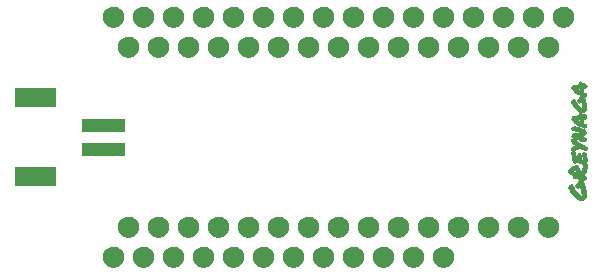
<source format=gbr>
G04 #@! TF.GenerationSoftware,KiCad,Pcbnew,5.1.5-52549c5~84~ubuntu18.04.1*
G04 #@! TF.CreationDate,2020-02-08T18:13:24-07:00*
G04 #@! TF.ProjectId,FeatherWing_KC5,46656174-6865-4725-9769-6e675f4b4335,rev?*
G04 #@! TF.SameCoordinates,Original*
G04 #@! TF.FileFunction,Soldermask,Top*
G04 #@! TF.FilePolarity,Negative*
%FSLAX46Y46*%
G04 Gerber Fmt 4.6, Leading zero omitted, Abs format (unit mm)*
G04 Created by KiCad (PCBNEW 5.1.5-52549c5~84~ubuntu18.04.1) date 2020-02-08 18:13:24*
%MOMM*%
%LPD*%
G04 APERTURE LIST*
%ADD10C,0.010000*%
%ADD11C,0.100000*%
G04 APERTURE END LIST*
D10*
G36*
X161034171Y-94196746D02*
G01*
X161087287Y-94113408D01*
X161166836Y-94030742D01*
X161265471Y-93954104D01*
X161375845Y-93888850D01*
X161490612Y-93840337D01*
X161602426Y-93813924D01*
X161652153Y-93810666D01*
X161717002Y-93813485D01*
X161763116Y-93827034D01*
X161807341Y-93858956D01*
X161850470Y-93900625D01*
X161901562Y-93959614D01*
X161943882Y-94028312D01*
X161984190Y-94118911D01*
X162010212Y-94188835D01*
X162042771Y-94278348D01*
X162065529Y-94333321D01*
X162082039Y-94359390D01*
X162095855Y-94362187D01*
X162110350Y-94347585D01*
X162169605Y-94250100D01*
X162215804Y-94129956D01*
X162252493Y-93977799D01*
X162254510Y-93967231D01*
X162272442Y-93878766D01*
X162290031Y-93803303D01*
X162304415Y-93752732D01*
X162308761Y-93741875D01*
X162315417Y-93717516D01*
X162296196Y-93706960D01*
X162249516Y-93704833D01*
X162184390Y-93693830D01*
X162093793Y-93663051D01*
X161996587Y-93620166D01*
X161901018Y-93575255D01*
X161835175Y-93548562D01*
X161791552Y-93538162D01*
X161762642Y-93542128D01*
X161744024Y-93555361D01*
X161712740Y-93569332D01*
X161654953Y-93583161D01*
X161614884Y-93589560D01*
X161549095Y-93596156D01*
X161510853Y-93591417D01*
X161486095Y-93571789D01*
X161473430Y-93553824D01*
X161450591Y-93503512D01*
X161423578Y-93420452D01*
X161394618Y-93313741D01*
X161365937Y-93192478D01*
X161339761Y-93065762D01*
X161318317Y-92942691D01*
X161310317Y-92887269D01*
X161298761Y-92795801D01*
X161294001Y-92736302D01*
X161296847Y-92698836D01*
X161308106Y-92673463D01*
X161328587Y-92650248D01*
X161329688Y-92649144D01*
X161361920Y-92610472D01*
X161374666Y-92583000D01*
X161393024Y-92567998D01*
X161436630Y-92561833D01*
X161503512Y-92581846D01*
X161556725Y-92641549D01*
X161595897Y-92740444D01*
X161607510Y-92790661D01*
X161626903Y-92878820D01*
X161649704Y-92967946D01*
X161660899Y-93006333D01*
X161681911Y-93078092D01*
X161698728Y-93143148D01*
X161702391Y-93159791D01*
X161722682Y-93204665D01*
X161748406Y-93218000D01*
X161765699Y-93212811D01*
X161774150Y-93191562D01*
X161774870Y-93145727D01*
X161768967Y-93066780D01*
X161768609Y-93062805D01*
X161754545Y-92907610D01*
X161827768Y-92829972D01*
X161876350Y-92784939D01*
X161918340Y-92756923D01*
X161933733Y-92752333D01*
X161960975Y-92769469D01*
X161998352Y-92813936D01*
X162030206Y-92863458D01*
X162064069Y-92928130D01*
X162083404Y-92985410D01*
X162092122Y-93052158D01*
X162094134Y-93138936D01*
X162094944Y-93221916D01*
X162099589Y-93273616D01*
X162111766Y-93305089D01*
X162135172Y-93327387D01*
X162163125Y-93345232D01*
X162211623Y-93372488D01*
X162244285Y-93386681D01*
X162247791Y-93387254D01*
X162258667Y-93367802D01*
X162263140Y-93314807D01*
X162261530Y-93236520D01*
X162254160Y-93141194D01*
X162241351Y-93037081D01*
X162231816Y-92977404D01*
X162199966Y-92794762D01*
X162277467Y-92721662D01*
X162331382Y-92677204D01*
X162373809Y-92664599D01*
X162416849Y-92684765D01*
X162470452Y-92736316D01*
X162506056Y-92796437D01*
X162537902Y-92894488D01*
X162564958Y-93026156D01*
X162586191Y-93187125D01*
X162591380Y-93241731D01*
X162594301Y-93398669D01*
X162572630Y-93521685D01*
X162526220Y-93611420D01*
X162500554Y-93638262D01*
X162465343Y-93670519D01*
X162461024Y-93681853D01*
X162486001Y-93678481D01*
X162490465Y-93677480D01*
X162547369Y-93685823D01*
X162591007Y-93716582D01*
X162631746Y-93783122D01*
X162643677Y-93880235D01*
X162626807Y-94007482D01*
X162582715Y-94159916D01*
X162512347Y-94342028D01*
X162439692Y-94490594D01*
X162369500Y-94597380D01*
X162369500Y-93704833D01*
X162386922Y-93697089D01*
X162383611Y-93690722D01*
X162358491Y-93688189D01*
X162355388Y-93690722D01*
X162358294Y-93703306D01*
X162369500Y-93704833D01*
X162369500Y-94597380D01*
X162366799Y-94601490D01*
X162358207Y-94611982D01*
X162324202Y-94654040D01*
X162316388Y-94673124D01*
X162333277Y-94678297D01*
X162347294Y-94678500D01*
X162394218Y-94687938D01*
X162455949Y-94711469D01*
X162474388Y-94720351D01*
X162542085Y-94772410D01*
X162574704Y-94837413D01*
X162569500Y-94907645D01*
X162552897Y-94940742D01*
X162503817Y-94983259D01*
X162426883Y-95015047D01*
X162336029Y-95032144D01*
X162245192Y-95030586D01*
X162239797Y-95029773D01*
X162152220Y-95015769D01*
X162218131Y-95090837D01*
X162258379Y-95139305D01*
X162291070Y-95187079D01*
X162319556Y-95241956D01*
X162347186Y-95311735D01*
X162377312Y-95404215D01*
X162413286Y-95527195D01*
X162427954Y-95579157D01*
X162492202Y-95825142D01*
X162537202Y-96036604D01*
X162562871Y-96212885D01*
X162569131Y-96353329D01*
X162555900Y-96457277D01*
X162540194Y-96498833D01*
X162461152Y-96606041D01*
X162352152Y-96686896D01*
X162218462Y-96738526D01*
X162065350Y-96758056D01*
X162064945Y-96758062D01*
X161959740Y-96740814D01*
X161841820Y-96688664D01*
X161715604Y-96605426D01*
X161585507Y-96494910D01*
X161455948Y-96360929D01*
X161331344Y-96207293D01*
X161216111Y-96037814D01*
X161200351Y-96012000D01*
X161149410Y-95928717D01*
X161102304Y-95854118D01*
X161066014Y-95799152D01*
X161053460Y-95781604D01*
X161028284Y-95734707D01*
X161015892Y-95684477D01*
X161018092Y-95645194D01*
X161034414Y-95631000D01*
X161055205Y-95614029D01*
X161086069Y-95570868D01*
X161103441Y-95541362D01*
X161140812Y-95483478D01*
X161179938Y-95453163D01*
X161236741Y-95438095D01*
X161236911Y-95438067D01*
X161295889Y-95431344D01*
X161337671Y-95431663D01*
X161343453Y-95433052D01*
X161362504Y-95454880D01*
X161393857Y-95505628D01*
X161431867Y-95575877D01*
X161446592Y-95605138D01*
X161498708Y-95704512D01*
X161559380Y-95810999D01*
X161615901Y-95902335D01*
X161618431Y-95906166D01*
X161684181Y-95993662D01*
X161772299Y-96095006D01*
X161871964Y-96199068D01*
X161972353Y-96294720D01*
X162062647Y-96370832D01*
X162089129Y-96390285D01*
X162134459Y-96419131D01*
X162157992Y-96423331D01*
X162170863Y-96404838D01*
X162170941Y-96404637D01*
X162177648Y-96355100D01*
X162175023Y-96272926D01*
X162163950Y-96166562D01*
X162145311Y-96044454D01*
X162126083Y-95946191D01*
X162126083Y-95017166D01*
X162136666Y-95006583D01*
X162126083Y-94996000D01*
X162115500Y-95006583D01*
X162126083Y-95017166D01*
X162126083Y-95946191D01*
X162119989Y-95915048D01*
X162119575Y-95913150D01*
X162095009Y-95803292D01*
X162075388Y-95729576D01*
X162056818Y-95686742D01*
X162035409Y-95669529D01*
X162007267Y-95672680D01*
X161968499Y-95690934D01*
X161958904Y-95696054D01*
X161902850Y-95720575D01*
X161859283Y-95730076D01*
X161849866Y-95728776D01*
X161820298Y-95732495D01*
X161813973Y-95741830D01*
X161793083Y-95757872D01*
X161756969Y-95741510D01*
X161711857Y-95696839D01*
X161680176Y-95653837D01*
X161623869Y-95568752D01*
X161705643Y-95407939D01*
X161761733Y-95309864D01*
X161830947Y-95205852D01*
X161898532Y-95118039D01*
X161900049Y-95116271D01*
X161954793Y-95050565D01*
X161983357Y-95009617D01*
X161988863Y-94987634D01*
X161974433Y-94978822D01*
X161974132Y-94978769D01*
X161917020Y-94967785D01*
X161837674Y-94951059D01*
X161745690Y-94930794D01*
X161707598Y-94922135D01*
X161707598Y-94506879D01*
X161728909Y-94503455D01*
X161727967Y-94467496D01*
X161706810Y-94396668D01*
X161680017Y-94322269D01*
X161644836Y-94238405D01*
X161612790Y-94193547D01*
X161578285Y-94185278D01*
X161535726Y-94211178D01*
X161501265Y-94245010D01*
X161475426Y-94277043D01*
X161469409Y-94304841D01*
X161486996Y-94336091D01*
X161531972Y-94378479D01*
X161590081Y-94425468D01*
X161662001Y-94480105D01*
X161707598Y-94506879D01*
X161707598Y-94922135D01*
X161650660Y-94909191D01*
X161562179Y-94888451D01*
X161489840Y-94870775D01*
X161443238Y-94858365D01*
X161431397Y-94854233D01*
X161420848Y-94827327D01*
X161421851Y-94782043D01*
X161423484Y-94747624D01*
X161413587Y-94716452D01*
X161386772Y-94682156D01*
X161337649Y-94638366D01*
X161260831Y-94578710D01*
X161230857Y-94556227D01*
X161127629Y-94468409D01*
X161055918Y-94383953D01*
X161019111Y-94307266D01*
X161014833Y-94275397D01*
X161034171Y-94196746D01*
G37*
X161034171Y-94196746D02*
X161087287Y-94113408D01*
X161166836Y-94030742D01*
X161265471Y-93954104D01*
X161375845Y-93888850D01*
X161490612Y-93840337D01*
X161602426Y-93813924D01*
X161652153Y-93810666D01*
X161717002Y-93813485D01*
X161763116Y-93827034D01*
X161807341Y-93858956D01*
X161850470Y-93900625D01*
X161901562Y-93959614D01*
X161943882Y-94028312D01*
X161984190Y-94118911D01*
X162010212Y-94188835D01*
X162042771Y-94278348D01*
X162065529Y-94333321D01*
X162082039Y-94359390D01*
X162095855Y-94362187D01*
X162110350Y-94347585D01*
X162169605Y-94250100D01*
X162215804Y-94129956D01*
X162252493Y-93977799D01*
X162254510Y-93967231D01*
X162272442Y-93878766D01*
X162290031Y-93803303D01*
X162304415Y-93752732D01*
X162308761Y-93741875D01*
X162315417Y-93717516D01*
X162296196Y-93706960D01*
X162249516Y-93704833D01*
X162184390Y-93693830D01*
X162093793Y-93663051D01*
X161996587Y-93620166D01*
X161901018Y-93575255D01*
X161835175Y-93548562D01*
X161791552Y-93538162D01*
X161762642Y-93542128D01*
X161744024Y-93555361D01*
X161712740Y-93569332D01*
X161654953Y-93583161D01*
X161614884Y-93589560D01*
X161549095Y-93596156D01*
X161510853Y-93591417D01*
X161486095Y-93571789D01*
X161473430Y-93553824D01*
X161450591Y-93503512D01*
X161423578Y-93420452D01*
X161394618Y-93313741D01*
X161365937Y-93192478D01*
X161339761Y-93065762D01*
X161318317Y-92942691D01*
X161310317Y-92887269D01*
X161298761Y-92795801D01*
X161294001Y-92736302D01*
X161296847Y-92698836D01*
X161308106Y-92673463D01*
X161328587Y-92650248D01*
X161329688Y-92649144D01*
X161361920Y-92610472D01*
X161374666Y-92583000D01*
X161393024Y-92567998D01*
X161436630Y-92561833D01*
X161503512Y-92581846D01*
X161556725Y-92641549D01*
X161595897Y-92740444D01*
X161607510Y-92790661D01*
X161626903Y-92878820D01*
X161649704Y-92967946D01*
X161660899Y-93006333D01*
X161681911Y-93078092D01*
X161698728Y-93143148D01*
X161702391Y-93159791D01*
X161722682Y-93204665D01*
X161748406Y-93218000D01*
X161765699Y-93212811D01*
X161774150Y-93191562D01*
X161774870Y-93145727D01*
X161768967Y-93066780D01*
X161768609Y-93062805D01*
X161754545Y-92907610D01*
X161827768Y-92829972D01*
X161876350Y-92784939D01*
X161918340Y-92756923D01*
X161933733Y-92752333D01*
X161960975Y-92769469D01*
X161998352Y-92813936D01*
X162030206Y-92863458D01*
X162064069Y-92928130D01*
X162083404Y-92985410D01*
X162092122Y-93052158D01*
X162094134Y-93138936D01*
X162094944Y-93221916D01*
X162099589Y-93273616D01*
X162111766Y-93305089D01*
X162135172Y-93327387D01*
X162163125Y-93345232D01*
X162211623Y-93372488D01*
X162244285Y-93386681D01*
X162247791Y-93387254D01*
X162258667Y-93367802D01*
X162263140Y-93314807D01*
X162261530Y-93236520D01*
X162254160Y-93141194D01*
X162241351Y-93037081D01*
X162231816Y-92977404D01*
X162199966Y-92794762D01*
X162277467Y-92721662D01*
X162331382Y-92677204D01*
X162373809Y-92664599D01*
X162416849Y-92684765D01*
X162470452Y-92736316D01*
X162506056Y-92796437D01*
X162537902Y-92894488D01*
X162564958Y-93026156D01*
X162586191Y-93187125D01*
X162591380Y-93241731D01*
X162594301Y-93398669D01*
X162572630Y-93521685D01*
X162526220Y-93611420D01*
X162500554Y-93638262D01*
X162465343Y-93670519D01*
X162461024Y-93681853D01*
X162486001Y-93678481D01*
X162490465Y-93677480D01*
X162547369Y-93685823D01*
X162591007Y-93716582D01*
X162631746Y-93783122D01*
X162643677Y-93880235D01*
X162626807Y-94007482D01*
X162582715Y-94159916D01*
X162512347Y-94342028D01*
X162439692Y-94490594D01*
X162369500Y-94597380D01*
X162369500Y-93704833D01*
X162386922Y-93697089D01*
X162383611Y-93690722D01*
X162358491Y-93688189D01*
X162355388Y-93690722D01*
X162358294Y-93703306D01*
X162369500Y-93704833D01*
X162369500Y-94597380D01*
X162366799Y-94601490D01*
X162358207Y-94611982D01*
X162324202Y-94654040D01*
X162316388Y-94673124D01*
X162333277Y-94678297D01*
X162347294Y-94678500D01*
X162394218Y-94687938D01*
X162455949Y-94711469D01*
X162474388Y-94720351D01*
X162542085Y-94772410D01*
X162574704Y-94837413D01*
X162569500Y-94907645D01*
X162552897Y-94940742D01*
X162503817Y-94983259D01*
X162426883Y-95015047D01*
X162336029Y-95032144D01*
X162245192Y-95030586D01*
X162239797Y-95029773D01*
X162152220Y-95015769D01*
X162218131Y-95090837D01*
X162258379Y-95139305D01*
X162291070Y-95187079D01*
X162319556Y-95241956D01*
X162347186Y-95311735D01*
X162377312Y-95404215D01*
X162413286Y-95527195D01*
X162427954Y-95579157D01*
X162492202Y-95825142D01*
X162537202Y-96036604D01*
X162562871Y-96212885D01*
X162569131Y-96353329D01*
X162555900Y-96457277D01*
X162540194Y-96498833D01*
X162461152Y-96606041D01*
X162352152Y-96686896D01*
X162218462Y-96738526D01*
X162065350Y-96758056D01*
X162064945Y-96758062D01*
X161959740Y-96740814D01*
X161841820Y-96688664D01*
X161715604Y-96605426D01*
X161585507Y-96494910D01*
X161455948Y-96360929D01*
X161331344Y-96207293D01*
X161216111Y-96037814D01*
X161200351Y-96012000D01*
X161149410Y-95928717D01*
X161102304Y-95854118D01*
X161066014Y-95799152D01*
X161053460Y-95781604D01*
X161028284Y-95734707D01*
X161015892Y-95684477D01*
X161018092Y-95645194D01*
X161034414Y-95631000D01*
X161055205Y-95614029D01*
X161086069Y-95570868D01*
X161103441Y-95541362D01*
X161140812Y-95483478D01*
X161179938Y-95453163D01*
X161236741Y-95438095D01*
X161236911Y-95438067D01*
X161295889Y-95431344D01*
X161337671Y-95431663D01*
X161343453Y-95433052D01*
X161362504Y-95454880D01*
X161393857Y-95505628D01*
X161431867Y-95575877D01*
X161446592Y-95605138D01*
X161498708Y-95704512D01*
X161559380Y-95810999D01*
X161615901Y-95902335D01*
X161618431Y-95906166D01*
X161684181Y-95993662D01*
X161772299Y-96095006D01*
X161871964Y-96199068D01*
X161972353Y-96294720D01*
X162062647Y-96370832D01*
X162089129Y-96390285D01*
X162134459Y-96419131D01*
X162157992Y-96423331D01*
X162170863Y-96404838D01*
X162170941Y-96404637D01*
X162177648Y-96355100D01*
X162175023Y-96272926D01*
X162163950Y-96166562D01*
X162145311Y-96044454D01*
X162126083Y-95946191D01*
X162126083Y-95017166D01*
X162136666Y-95006583D01*
X162126083Y-94996000D01*
X162115500Y-95006583D01*
X162126083Y-95017166D01*
X162126083Y-95946191D01*
X162119989Y-95915048D01*
X162119575Y-95913150D01*
X162095009Y-95803292D01*
X162075388Y-95729576D01*
X162056818Y-95686742D01*
X162035409Y-95669529D01*
X162007267Y-95672680D01*
X161968499Y-95690934D01*
X161958904Y-95696054D01*
X161902850Y-95720575D01*
X161859283Y-95730076D01*
X161849866Y-95728776D01*
X161820298Y-95732495D01*
X161813973Y-95741830D01*
X161793083Y-95757872D01*
X161756969Y-95741510D01*
X161711857Y-95696839D01*
X161680176Y-95653837D01*
X161623869Y-95568752D01*
X161705643Y-95407939D01*
X161761733Y-95309864D01*
X161830947Y-95205852D01*
X161898532Y-95118039D01*
X161900049Y-95116271D01*
X161954793Y-95050565D01*
X161983357Y-95009617D01*
X161988863Y-94987634D01*
X161974433Y-94978822D01*
X161974132Y-94978769D01*
X161917020Y-94967785D01*
X161837674Y-94951059D01*
X161745690Y-94930794D01*
X161707598Y-94922135D01*
X161707598Y-94506879D01*
X161728909Y-94503455D01*
X161727967Y-94467496D01*
X161706810Y-94396668D01*
X161680017Y-94322269D01*
X161644836Y-94238405D01*
X161612790Y-94193547D01*
X161578285Y-94185278D01*
X161535726Y-94211178D01*
X161501265Y-94245010D01*
X161475426Y-94277043D01*
X161469409Y-94304841D01*
X161486996Y-94336091D01*
X161531972Y-94378479D01*
X161590081Y-94425468D01*
X161662001Y-94480105D01*
X161707598Y-94506879D01*
X161707598Y-94922135D01*
X161650660Y-94909191D01*
X161562179Y-94888451D01*
X161489840Y-94870775D01*
X161443238Y-94858365D01*
X161431397Y-94854233D01*
X161420848Y-94827327D01*
X161421851Y-94782043D01*
X161423484Y-94747624D01*
X161413587Y-94716452D01*
X161386772Y-94682156D01*
X161337649Y-94638366D01*
X161260831Y-94578710D01*
X161230857Y-94556227D01*
X161127629Y-94468409D01*
X161055918Y-94383953D01*
X161019111Y-94307266D01*
X161014833Y-94275397D01*
X161034171Y-94196746D01*
G36*
X161282410Y-91675527D02*
G01*
X161316936Y-91624711D01*
X161340450Y-91597014D01*
X161385687Y-91553881D01*
X161427156Y-91533622D01*
X161471764Y-91538106D01*
X161526420Y-91569201D01*
X161598030Y-91628776D01*
X161655406Y-91682196D01*
X161762928Y-91772548D01*
X161908353Y-91875570D01*
X162089630Y-91989939D01*
X162304708Y-92114333D01*
X162443583Y-92190259D01*
X162548768Y-92251668D01*
X162615613Y-92302273D01*
X162643174Y-92341328D01*
X162643838Y-92348920D01*
X162635599Y-92374649D01*
X162616720Y-92421072D01*
X162615119Y-92424763D01*
X162570739Y-92483978D01*
X162505077Y-92526710D01*
X162444735Y-92540666D01*
X162414891Y-92531433D01*
X162356902Y-92506499D01*
X162280014Y-92470017D01*
X162218190Y-92438953D01*
X162020250Y-92337240D01*
X161950684Y-92384448D01*
X161892295Y-92415931D01*
X161813577Y-92443120D01*
X161708056Y-92467701D01*
X161569259Y-92491361D01*
X161503817Y-92500827D01*
X161421923Y-92511109D01*
X161370394Y-92513154D01*
X161337870Y-92505883D01*
X161312993Y-92488214D01*
X161306673Y-92482081D01*
X161283730Y-92456286D01*
X161277713Y-92432020D01*
X161289276Y-92395402D01*
X161313165Y-92344717D01*
X161345806Y-92285770D01*
X161382296Y-92245171D01*
X161432843Y-92216603D01*
X161507651Y-92193752D01*
X161584429Y-92176848D01*
X161720108Y-92149083D01*
X161613510Y-92074541D01*
X161490151Y-91981847D01*
X161390379Y-91893690D01*
X161318034Y-91814112D01*
X161276954Y-91747155D01*
X161268833Y-91711635D01*
X161282410Y-91675527D01*
G37*
X161282410Y-91675527D02*
X161316936Y-91624711D01*
X161340450Y-91597014D01*
X161385687Y-91553881D01*
X161427156Y-91533622D01*
X161471764Y-91538106D01*
X161526420Y-91569201D01*
X161598030Y-91628776D01*
X161655406Y-91682196D01*
X161762928Y-91772548D01*
X161908353Y-91875570D01*
X162089630Y-91989939D01*
X162304708Y-92114333D01*
X162443583Y-92190259D01*
X162548768Y-92251668D01*
X162615613Y-92302273D01*
X162643174Y-92341328D01*
X162643838Y-92348920D01*
X162635599Y-92374649D01*
X162616720Y-92421072D01*
X162615119Y-92424763D01*
X162570739Y-92483978D01*
X162505077Y-92526710D01*
X162444735Y-92540666D01*
X162414891Y-92531433D01*
X162356902Y-92506499D01*
X162280014Y-92470017D01*
X162218190Y-92438953D01*
X162020250Y-92337240D01*
X161950684Y-92384448D01*
X161892295Y-92415931D01*
X161813577Y-92443120D01*
X161708056Y-92467701D01*
X161569259Y-92491361D01*
X161503817Y-92500827D01*
X161421923Y-92511109D01*
X161370394Y-92513154D01*
X161337870Y-92505883D01*
X161312993Y-92488214D01*
X161306673Y-92482081D01*
X161283730Y-92456286D01*
X161277713Y-92432020D01*
X161289276Y-92395402D01*
X161313165Y-92344717D01*
X161345806Y-92285770D01*
X161382296Y-92245171D01*
X161432843Y-92216603D01*
X161507651Y-92193752D01*
X161584429Y-92176848D01*
X161720108Y-92149083D01*
X161613510Y-92074541D01*
X161490151Y-91981847D01*
X161390379Y-91893690D01*
X161318034Y-91814112D01*
X161276954Y-91747155D01*
X161268833Y-91711635D01*
X161282410Y-91675527D01*
G36*
X161302137Y-88406840D02*
G01*
X161332348Y-88352653D01*
X161371333Y-88298736D01*
X161409791Y-88258077D01*
X161436634Y-88243544D01*
X161484498Y-88237888D01*
X161515106Y-88231129D01*
X161537528Y-88230119D01*
X161560044Y-88243890D01*
X161587437Y-88278350D01*
X161624489Y-88339409D01*
X161670992Y-88423736D01*
X161807433Y-88646540D01*
X161955529Y-88830904D01*
X162111690Y-88975088D01*
X162231916Y-89069635D01*
X162242500Y-88947776D01*
X162246182Y-88880260D01*
X162244761Y-88831645D01*
X162240328Y-88815333D01*
X162230429Y-88789894D01*
X162219262Y-88736661D01*
X162213531Y-88698916D01*
X162198980Y-88613658D01*
X162179483Y-88527837D01*
X162172774Y-88503730D01*
X162146059Y-88414376D01*
X162086026Y-88445521D01*
X162035356Y-88467580D01*
X161998427Y-88476666D01*
X161967498Y-88492230D01*
X161962793Y-88500868D01*
X161942505Y-88514509D01*
X161907747Y-88499181D01*
X161867456Y-88461190D01*
X161831168Y-88407966D01*
X161792599Y-88336347D01*
X161879735Y-88177580D01*
X161926837Y-88097269D01*
X161973997Y-88025966D01*
X162012647Y-87976418D01*
X162020019Y-87968883D01*
X162055982Y-87928953D01*
X162072720Y-87898245D01*
X162072879Y-87896185D01*
X162054557Y-87878646D01*
X162009666Y-87852158D01*
X162009666Y-87480405D01*
X162009666Y-87398184D01*
X162006682Y-87336372D01*
X161999332Y-87289860D01*
X161997627Y-87284589D01*
X161975234Y-87267332D01*
X161925577Y-87268770D01*
X161844467Y-87289318D01*
X161798138Y-87304384D01*
X161787867Y-87321198D01*
X161814515Y-87352761D01*
X161878839Y-87399788D01*
X161940875Y-87438782D01*
X162009666Y-87480405D01*
X162009666Y-87852158D01*
X162005416Y-87849650D01*
X161933798Y-87813808D01*
X161878518Y-87788750D01*
X161737133Y-87724372D01*
X161632497Y-87670040D01*
X161560922Y-87623258D01*
X161518724Y-87581531D01*
X161502217Y-87542362D01*
X161501666Y-87533588D01*
X161483054Y-87475518D01*
X161431193Y-87408861D01*
X161352048Y-87340977D01*
X161336950Y-87330285D01*
X161308861Y-87307541D01*
X161298824Y-87282010D01*
X161304575Y-87239418D01*
X161315656Y-87196013D01*
X161344617Y-87119131D01*
X161388178Y-87070330D01*
X161456507Y-87041404D01*
X161522833Y-87028826D01*
X161593455Y-87017150D01*
X161684831Y-86999849D01*
X161771541Y-86981869D01*
X161853321Y-86961948D01*
X161900864Y-86943992D01*
X161921891Y-86924358D01*
X161925000Y-86909418D01*
X161935752Y-86863830D01*
X161962261Y-86808506D01*
X161995902Y-86757502D01*
X162028052Y-86724872D01*
X162041314Y-86719833D01*
X162070780Y-86734648D01*
X162113459Y-86772087D01*
X162133579Y-86793634D01*
X162177436Y-86838901D01*
X162214759Y-86857939D01*
X162264560Y-86858278D01*
X162289230Y-86855269D01*
X162387551Y-86862283D01*
X162476801Y-86907852D01*
X162550679Y-86988290D01*
X162569120Y-87019070D01*
X162594285Y-87073643D01*
X162597327Y-87115463D01*
X162581970Y-87162394D01*
X162555687Y-87206507D01*
X162529446Y-87220420D01*
X162527213Y-87219781D01*
X162494471Y-87226056D01*
X162463458Y-87250427D01*
X162424570Y-87284926D01*
X162396306Y-87282171D01*
X162368623Y-87240395D01*
X162365078Y-87233125D01*
X162334326Y-87189269D01*
X162304344Y-87174482D01*
X162284895Y-87189402D01*
X162284286Y-87227833D01*
X162289915Y-87278129D01*
X162293796Y-87351690D01*
X162294869Y-87407000D01*
X162292964Y-87480371D01*
X162284140Y-87523228D01*
X162264933Y-87547246D01*
X162250805Y-87555616D01*
X162224022Y-87577954D01*
X162232674Y-87602189D01*
X162278758Y-87630083D01*
X162364269Y-87663400D01*
X162378250Y-87668175D01*
X162450942Y-87696772D01*
X162512271Y-87727914D01*
X162538825Y-87746409D01*
X162572748Y-87799816D01*
X162579367Y-87863409D01*
X162562249Y-87924640D01*
X162524961Y-87970960D01*
X162471070Y-87989822D01*
X162469624Y-87989833D01*
X162432017Y-88001465D01*
X162422381Y-88011057D01*
X162394160Y-88020753D01*
X162370320Y-88011439D01*
X162346948Y-88000706D01*
X162342615Y-88008947D01*
X162357210Y-88043948D01*
X162369482Y-88069590D01*
X162391851Y-88125942D01*
X162420915Y-88213395D01*
X162453767Y-88321820D01*
X162487502Y-88441085D01*
X162519216Y-88561063D01*
X162546002Y-88671623D01*
X162558042Y-88726990D01*
X162581077Y-88897748D01*
X162573692Y-89039447D01*
X162535355Y-89153007D01*
X162465533Y-89239349D01*
X162363695Y-89299395D01*
X162229307Y-89334065D01*
X162205321Y-89337252D01*
X162099770Y-89349753D01*
X162143680Y-89415918D01*
X162176234Y-89457612D01*
X162210978Y-89474897D01*
X162266040Y-89475610D01*
X162279429Y-89474590D01*
X162353629Y-89475963D01*
X162421943Y-89488791D01*
X162434433Y-89493260D01*
X162506251Y-89540564D01*
X162559215Y-89608897D01*
X162587531Y-89686450D01*
X162585402Y-89761415D01*
X162576964Y-89783708D01*
X162546023Y-89820285D01*
X162517712Y-89831333D01*
X162477112Y-89846088D01*
X162444035Y-89873167D01*
X162404601Y-89902320D01*
X162378138Y-89892877D01*
X162369500Y-89851995D01*
X162355868Y-89817321D01*
X162325166Y-89787664D01*
X162292682Y-89775218D01*
X162279501Y-89780221D01*
X162276793Y-89805897D01*
X162283818Y-89855748D01*
X162286796Y-89869435D01*
X162305062Y-89985944D01*
X162302135Y-90081038D01*
X162278574Y-90148206D01*
X162261126Y-90167800D01*
X162216253Y-90204136D01*
X162269745Y-90239185D01*
X162324130Y-90266316D01*
X162395572Y-90291852D01*
X162419508Y-90298475D01*
X162506719Y-90335821D01*
X162560806Y-90393455D01*
X162578267Y-90467287D01*
X162577163Y-90482746D01*
X162553763Y-90535053D01*
X162505091Y-90583156D01*
X162445578Y-90616658D01*
X162389657Y-90625166D01*
X162381808Y-90623455D01*
X162362795Y-90616959D01*
X162332721Y-90604885D01*
X162287653Y-90585463D01*
X162223662Y-90556921D01*
X162136816Y-90517490D01*
X162023185Y-90465399D01*
X162009666Y-90459169D01*
X162009666Y-90088042D01*
X162009666Y-89992687D01*
X162005570Y-89932610D01*
X161995237Y-89892283D01*
X161989585Y-89884921D01*
X161958611Y-89882360D01*
X161903116Y-89890072D01*
X161872349Y-89896974D01*
X161815135Y-89913060D01*
X161792419Y-89926915D01*
X161797253Y-89944932D01*
X161807261Y-89956872D01*
X161845369Y-89989043D01*
X161902539Y-90027296D01*
X161924497Y-90040174D01*
X162009666Y-90088042D01*
X162009666Y-90459169D01*
X161878838Y-90398877D01*
X161710106Y-90320900D01*
X161612749Y-90272446D01*
X161549692Y-90231330D01*
X161514842Y-90192218D01*
X161502108Y-90149775D01*
X161501666Y-90138379D01*
X161482337Y-90087950D01*
X161424184Y-90021862D01*
X161395885Y-89996081D01*
X161290104Y-89903547D01*
X161327094Y-89788065D01*
X161349545Y-89722688D01*
X161371346Y-89686336D01*
X161404567Y-89667659D01*
X161461280Y-89655304D01*
X161469916Y-89653765D01*
X161617833Y-89627001D01*
X161729201Y-89605352D01*
X161809264Y-89587198D01*
X161863268Y-89570917D01*
X161896456Y-89554889D01*
X161914074Y-89537492D01*
X161921366Y-89517106D01*
X161921837Y-89514093D01*
X161939679Y-89458545D01*
X161969462Y-89405010D01*
X161999840Y-89356102D01*
X162003459Y-89321423D01*
X161976530Y-89290002D01*
X161916471Y-89251573D01*
X161860657Y-89211419D01*
X161789089Y-89149530D01*
X161713498Y-89076364D01*
X161678346Y-89039346D01*
X161616861Y-88967154D01*
X161549275Y-88879109D01*
X161480545Y-88782755D01*
X161415627Y-88685634D01*
X161359478Y-88595293D01*
X161317056Y-88519273D01*
X161293316Y-88465120D01*
X161290000Y-88448309D01*
X161302137Y-88406840D01*
G37*
X161302137Y-88406840D02*
X161332348Y-88352653D01*
X161371333Y-88298736D01*
X161409791Y-88258077D01*
X161436634Y-88243544D01*
X161484498Y-88237888D01*
X161515106Y-88231129D01*
X161537528Y-88230119D01*
X161560044Y-88243890D01*
X161587437Y-88278350D01*
X161624489Y-88339409D01*
X161670992Y-88423736D01*
X161807433Y-88646540D01*
X161955529Y-88830904D01*
X162111690Y-88975088D01*
X162231916Y-89069635D01*
X162242500Y-88947776D01*
X162246182Y-88880260D01*
X162244761Y-88831645D01*
X162240328Y-88815333D01*
X162230429Y-88789894D01*
X162219262Y-88736661D01*
X162213531Y-88698916D01*
X162198980Y-88613658D01*
X162179483Y-88527837D01*
X162172774Y-88503730D01*
X162146059Y-88414376D01*
X162086026Y-88445521D01*
X162035356Y-88467580D01*
X161998427Y-88476666D01*
X161967498Y-88492230D01*
X161962793Y-88500868D01*
X161942505Y-88514509D01*
X161907747Y-88499181D01*
X161867456Y-88461190D01*
X161831168Y-88407966D01*
X161792599Y-88336347D01*
X161879735Y-88177580D01*
X161926837Y-88097269D01*
X161973997Y-88025966D01*
X162012647Y-87976418D01*
X162020019Y-87968883D01*
X162055982Y-87928953D01*
X162072720Y-87898245D01*
X162072879Y-87896185D01*
X162054557Y-87878646D01*
X162009666Y-87852158D01*
X162009666Y-87480405D01*
X162009666Y-87398184D01*
X162006682Y-87336372D01*
X161999332Y-87289860D01*
X161997627Y-87284589D01*
X161975234Y-87267332D01*
X161925577Y-87268770D01*
X161844467Y-87289318D01*
X161798138Y-87304384D01*
X161787867Y-87321198D01*
X161814515Y-87352761D01*
X161878839Y-87399788D01*
X161940875Y-87438782D01*
X162009666Y-87480405D01*
X162009666Y-87852158D01*
X162005416Y-87849650D01*
X161933798Y-87813808D01*
X161878518Y-87788750D01*
X161737133Y-87724372D01*
X161632497Y-87670040D01*
X161560922Y-87623258D01*
X161518724Y-87581531D01*
X161502217Y-87542362D01*
X161501666Y-87533588D01*
X161483054Y-87475518D01*
X161431193Y-87408861D01*
X161352048Y-87340977D01*
X161336950Y-87330285D01*
X161308861Y-87307541D01*
X161298824Y-87282010D01*
X161304575Y-87239418D01*
X161315656Y-87196013D01*
X161344617Y-87119131D01*
X161388178Y-87070330D01*
X161456507Y-87041404D01*
X161522833Y-87028826D01*
X161593455Y-87017150D01*
X161684831Y-86999849D01*
X161771541Y-86981869D01*
X161853321Y-86961948D01*
X161900864Y-86943992D01*
X161921891Y-86924358D01*
X161925000Y-86909418D01*
X161935752Y-86863830D01*
X161962261Y-86808506D01*
X161995902Y-86757502D01*
X162028052Y-86724872D01*
X162041314Y-86719833D01*
X162070780Y-86734648D01*
X162113459Y-86772087D01*
X162133579Y-86793634D01*
X162177436Y-86838901D01*
X162214759Y-86857939D01*
X162264560Y-86858278D01*
X162289230Y-86855269D01*
X162387551Y-86862283D01*
X162476801Y-86907852D01*
X162550679Y-86988290D01*
X162569120Y-87019070D01*
X162594285Y-87073643D01*
X162597327Y-87115463D01*
X162581970Y-87162394D01*
X162555687Y-87206507D01*
X162529446Y-87220420D01*
X162527213Y-87219781D01*
X162494471Y-87226056D01*
X162463458Y-87250427D01*
X162424570Y-87284926D01*
X162396306Y-87282171D01*
X162368623Y-87240395D01*
X162365078Y-87233125D01*
X162334326Y-87189269D01*
X162304344Y-87174482D01*
X162284895Y-87189402D01*
X162284286Y-87227833D01*
X162289915Y-87278129D01*
X162293796Y-87351690D01*
X162294869Y-87407000D01*
X162292964Y-87480371D01*
X162284140Y-87523228D01*
X162264933Y-87547246D01*
X162250805Y-87555616D01*
X162224022Y-87577954D01*
X162232674Y-87602189D01*
X162278758Y-87630083D01*
X162364269Y-87663400D01*
X162378250Y-87668175D01*
X162450942Y-87696772D01*
X162512271Y-87727914D01*
X162538825Y-87746409D01*
X162572748Y-87799816D01*
X162579367Y-87863409D01*
X162562249Y-87924640D01*
X162524961Y-87970960D01*
X162471070Y-87989822D01*
X162469624Y-87989833D01*
X162432017Y-88001465D01*
X162422381Y-88011057D01*
X162394160Y-88020753D01*
X162370320Y-88011439D01*
X162346948Y-88000706D01*
X162342615Y-88008947D01*
X162357210Y-88043948D01*
X162369482Y-88069590D01*
X162391851Y-88125942D01*
X162420915Y-88213395D01*
X162453767Y-88321820D01*
X162487502Y-88441085D01*
X162519216Y-88561063D01*
X162546002Y-88671623D01*
X162558042Y-88726990D01*
X162581077Y-88897748D01*
X162573692Y-89039447D01*
X162535355Y-89153007D01*
X162465533Y-89239349D01*
X162363695Y-89299395D01*
X162229307Y-89334065D01*
X162205321Y-89337252D01*
X162099770Y-89349753D01*
X162143680Y-89415918D01*
X162176234Y-89457612D01*
X162210978Y-89474897D01*
X162266040Y-89475610D01*
X162279429Y-89474590D01*
X162353629Y-89475963D01*
X162421943Y-89488791D01*
X162434433Y-89493260D01*
X162506251Y-89540564D01*
X162559215Y-89608897D01*
X162587531Y-89686450D01*
X162585402Y-89761415D01*
X162576964Y-89783708D01*
X162546023Y-89820285D01*
X162517712Y-89831333D01*
X162477112Y-89846088D01*
X162444035Y-89873167D01*
X162404601Y-89902320D01*
X162378138Y-89892877D01*
X162369500Y-89851995D01*
X162355868Y-89817321D01*
X162325166Y-89787664D01*
X162292682Y-89775218D01*
X162279501Y-89780221D01*
X162276793Y-89805897D01*
X162283818Y-89855748D01*
X162286796Y-89869435D01*
X162305062Y-89985944D01*
X162302135Y-90081038D01*
X162278574Y-90148206D01*
X162261126Y-90167800D01*
X162216253Y-90204136D01*
X162269745Y-90239185D01*
X162324130Y-90266316D01*
X162395572Y-90291852D01*
X162419508Y-90298475D01*
X162506719Y-90335821D01*
X162560806Y-90393455D01*
X162578267Y-90467287D01*
X162577163Y-90482746D01*
X162553763Y-90535053D01*
X162505091Y-90583156D01*
X162445578Y-90616658D01*
X162389657Y-90625166D01*
X162381808Y-90623455D01*
X162362795Y-90616959D01*
X162332721Y-90604885D01*
X162287653Y-90585463D01*
X162223662Y-90556921D01*
X162136816Y-90517490D01*
X162023185Y-90465399D01*
X162009666Y-90459169D01*
X162009666Y-90088042D01*
X162009666Y-89992687D01*
X162005570Y-89932610D01*
X161995237Y-89892283D01*
X161989585Y-89884921D01*
X161958611Y-89882360D01*
X161903116Y-89890072D01*
X161872349Y-89896974D01*
X161815135Y-89913060D01*
X161792419Y-89926915D01*
X161797253Y-89944932D01*
X161807261Y-89956872D01*
X161845369Y-89989043D01*
X161902539Y-90027296D01*
X161924497Y-90040174D01*
X162009666Y-90088042D01*
X162009666Y-90459169D01*
X161878838Y-90398877D01*
X161710106Y-90320900D01*
X161612749Y-90272446D01*
X161549692Y-90231330D01*
X161514842Y-90192218D01*
X161502108Y-90149775D01*
X161501666Y-90138379D01*
X161482337Y-90087950D01*
X161424184Y-90021862D01*
X161395885Y-89996081D01*
X161290104Y-89903547D01*
X161327094Y-89788065D01*
X161349545Y-89722688D01*
X161371346Y-89686336D01*
X161404567Y-89667659D01*
X161461280Y-89655304D01*
X161469916Y-89653765D01*
X161617833Y-89627001D01*
X161729201Y-89605352D01*
X161809264Y-89587198D01*
X161863268Y-89570917D01*
X161896456Y-89554889D01*
X161914074Y-89537492D01*
X161921366Y-89517106D01*
X161921837Y-89514093D01*
X161939679Y-89458545D01*
X161969462Y-89405010D01*
X161999840Y-89356102D01*
X162003459Y-89321423D01*
X161976530Y-89290002D01*
X161916471Y-89251573D01*
X161860657Y-89211419D01*
X161789089Y-89149530D01*
X161713498Y-89076364D01*
X161678346Y-89039346D01*
X161616861Y-88967154D01*
X161549275Y-88879109D01*
X161480545Y-88782755D01*
X161415627Y-88685634D01*
X161359478Y-88595293D01*
X161317056Y-88519273D01*
X161293316Y-88465120D01*
X161290000Y-88448309D01*
X161302137Y-88406840D01*
G36*
X161281866Y-90739172D02*
G01*
X161310494Y-90695763D01*
X161320874Y-90682901D01*
X161355302Y-90637592D01*
X161373706Y-90604815D01*
X161374666Y-90600133D01*
X161391132Y-90577746D01*
X161431405Y-90547872D01*
X161437723Y-90544045D01*
X161488326Y-90520938D01*
X161538418Y-90519232D01*
X161585890Y-90529714D01*
X161638566Y-90547556D01*
X161668446Y-90564771D01*
X161671000Y-90569572D01*
X161690439Y-90579803D01*
X161742437Y-90592833D01*
X161817514Y-90606479D01*
X161856208Y-90612226D01*
X162067668Y-90652865D01*
X162241975Y-90710785D01*
X162378549Y-90785727D01*
X162476814Y-90877430D01*
X162492315Y-90898481D01*
X162531632Y-90972634D01*
X162538173Y-91039422D01*
X162510228Y-91106730D01*
X162446086Y-91182442D01*
X162426593Y-91201344D01*
X162364480Y-91256181D01*
X162307939Y-91299389D01*
X162268849Y-91321922D01*
X162267843Y-91322257D01*
X162231630Y-91339202D01*
X162221496Y-91351468D01*
X162239270Y-91371625D01*
X162283938Y-91400519D01*
X162342979Y-91431446D01*
X162403870Y-91457701D01*
X162443583Y-91470381D01*
X162513303Y-91501454D01*
X162562881Y-91550516D01*
X162581166Y-91605168D01*
X162566095Y-91650519D01*
X162544125Y-91677670D01*
X162481030Y-91721602D01*
X162401802Y-91761625D01*
X162323533Y-91790181D01*
X162267806Y-91799833D01*
X162231108Y-91790762D01*
X162162657Y-91765270D01*
X162068529Y-91725935D01*
X161954800Y-91675340D01*
X161827546Y-91616064D01*
X161769390Y-91588166D01*
X161643482Y-91527659D01*
X161529922Y-91473895D01*
X161434362Y-91429485D01*
X161362456Y-91397040D01*
X161319856Y-91379170D01*
X161311010Y-91376500D01*
X161292272Y-91364696D01*
X161297648Y-91326765D01*
X161327735Y-91258925D01*
X161330273Y-91253948D01*
X161397828Y-91152960D01*
X161477075Y-91092360D01*
X161569713Y-91071399D01*
X161677436Y-91089329D01*
X161692166Y-91094310D01*
X161744473Y-91106381D01*
X161817115Y-91115022D01*
X161899519Y-91120049D01*
X161981112Y-91121281D01*
X162051323Y-91118533D01*
X162099579Y-91111623D01*
X162115500Y-91101633D01*
X162096284Y-91068377D01*
X162044379Y-91029755D01*
X161968401Y-90989681D01*
X161876963Y-90952072D01*
X161778680Y-90920845D01*
X161682166Y-90899915D01*
X161666900Y-90897708D01*
X161594874Y-90884198D01*
X161511435Y-90862674D01*
X161427090Y-90836642D01*
X161352343Y-90809609D01*
X161297699Y-90785083D01*
X161273665Y-90766572D01*
X161273606Y-90766403D01*
X161281866Y-90739172D01*
G37*
X161281866Y-90739172D02*
X161310494Y-90695763D01*
X161320874Y-90682901D01*
X161355302Y-90637592D01*
X161373706Y-90604815D01*
X161374666Y-90600133D01*
X161391132Y-90577746D01*
X161431405Y-90547872D01*
X161437723Y-90544045D01*
X161488326Y-90520938D01*
X161538418Y-90519232D01*
X161585890Y-90529714D01*
X161638566Y-90547556D01*
X161668446Y-90564771D01*
X161671000Y-90569572D01*
X161690439Y-90579803D01*
X161742437Y-90592833D01*
X161817514Y-90606479D01*
X161856208Y-90612226D01*
X162067668Y-90652865D01*
X162241975Y-90710785D01*
X162378549Y-90785727D01*
X162476814Y-90877430D01*
X162492315Y-90898481D01*
X162531632Y-90972634D01*
X162538173Y-91039422D01*
X162510228Y-91106730D01*
X162446086Y-91182442D01*
X162426593Y-91201344D01*
X162364480Y-91256181D01*
X162307939Y-91299389D01*
X162268849Y-91321922D01*
X162267843Y-91322257D01*
X162231630Y-91339202D01*
X162221496Y-91351468D01*
X162239270Y-91371625D01*
X162283938Y-91400519D01*
X162342979Y-91431446D01*
X162403870Y-91457701D01*
X162443583Y-91470381D01*
X162513303Y-91501454D01*
X162562881Y-91550516D01*
X162581166Y-91605168D01*
X162566095Y-91650519D01*
X162544125Y-91677670D01*
X162481030Y-91721602D01*
X162401802Y-91761625D01*
X162323533Y-91790181D01*
X162267806Y-91799833D01*
X162231108Y-91790762D01*
X162162657Y-91765270D01*
X162068529Y-91725935D01*
X161954800Y-91675340D01*
X161827546Y-91616064D01*
X161769390Y-91588166D01*
X161643482Y-91527659D01*
X161529922Y-91473895D01*
X161434362Y-91429485D01*
X161362456Y-91397040D01*
X161319856Y-91379170D01*
X161311010Y-91376500D01*
X161292272Y-91364696D01*
X161297648Y-91326765D01*
X161327735Y-91258925D01*
X161330273Y-91253948D01*
X161397828Y-91152960D01*
X161477075Y-91092360D01*
X161569713Y-91071399D01*
X161677436Y-91089329D01*
X161692166Y-91094310D01*
X161744473Y-91106381D01*
X161817115Y-91115022D01*
X161899519Y-91120049D01*
X161981112Y-91121281D01*
X162051323Y-91118533D01*
X162099579Y-91111623D01*
X162115500Y-91101633D01*
X162096284Y-91068377D01*
X162044379Y-91029755D01*
X161968401Y-90989681D01*
X161876963Y-90952072D01*
X161778680Y-90920845D01*
X161682166Y-90899915D01*
X161666900Y-90897708D01*
X161594874Y-90884198D01*
X161511435Y-90862674D01*
X161427090Y-90836642D01*
X161352343Y-90809609D01*
X161297699Y-90785083D01*
X161273665Y-90766572D01*
X161273606Y-90766403D01*
X161281866Y-90739172D01*
D11*
G36*
X122701732Y-100710739D02*
G01*
X122817754Y-100733817D01*
X122981689Y-100801721D01*
X123129227Y-100900303D01*
X123254697Y-101025773D01*
X123353279Y-101173311D01*
X123421183Y-101337246D01*
X123455800Y-101511279D01*
X123455800Y-101688721D01*
X123421183Y-101862754D01*
X123353279Y-102026689D01*
X123254697Y-102174227D01*
X123129227Y-102299697D01*
X122981689Y-102398279D01*
X122817754Y-102466183D01*
X122701732Y-102489261D01*
X122643722Y-102500800D01*
X122466278Y-102500800D01*
X122408268Y-102489261D01*
X122292246Y-102466183D01*
X122128311Y-102398279D01*
X121980773Y-102299697D01*
X121855303Y-102174227D01*
X121756721Y-102026689D01*
X121688817Y-101862754D01*
X121654200Y-101688721D01*
X121654200Y-101511279D01*
X121688817Y-101337246D01*
X121756721Y-101173311D01*
X121855303Y-101025773D01*
X121980773Y-100900303D01*
X122128311Y-100801721D01*
X122292246Y-100733817D01*
X122408268Y-100710739D01*
X122466278Y-100699200D01*
X122643722Y-100699200D01*
X122701732Y-100710739D01*
G37*
G36*
X150641732Y-100710739D02*
G01*
X150757754Y-100733817D01*
X150921689Y-100801721D01*
X151069227Y-100900303D01*
X151194697Y-101025773D01*
X151293279Y-101173311D01*
X151361183Y-101337246D01*
X151395800Y-101511279D01*
X151395800Y-101688721D01*
X151361183Y-101862754D01*
X151293279Y-102026689D01*
X151194697Y-102174227D01*
X151069227Y-102299697D01*
X150921689Y-102398279D01*
X150757754Y-102466183D01*
X150641732Y-102489261D01*
X150583722Y-102500800D01*
X150406278Y-102500800D01*
X150348268Y-102489261D01*
X150232246Y-102466183D01*
X150068311Y-102398279D01*
X149920773Y-102299697D01*
X149795303Y-102174227D01*
X149696721Y-102026689D01*
X149628817Y-101862754D01*
X149594200Y-101688721D01*
X149594200Y-101511279D01*
X149628817Y-101337246D01*
X149696721Y-101173311D01*
X149795303Y-101025773D01*
X149920773Y-100900303D01*
X150068311Y-100801721D01*
X150232246Y-100733817D01*
X150348268Y-100710739D01*
X150406278Y-100699200D01*
X150583722Y-100699200D01*
X150641732Y-100710739D01*
G37*
G36*
X148101732Y-100710739D02*
G01*
X148217754Y-100733817D01*
X148381689Y-100801721D01*
X148529227Y-100900303D01*
X148654697Y-101025773D01*
X148753279Y-101173311D01*
X148821183Y-101337246D01*
X148855800Y-101511279D01*
X148855800Y-101688721D01*
X148821183Y-101862754D01*
X148753279Y-102026689D01*
X148654697Y-102174227D01*
X148529227Y-102299697D01*
X148381689Y-102398279D01*
X148217754Y-102466183D01*
X148101732Y-102489261D01*
X148043722Y-102500800D01*
X147866278Y-102500800D01*
X147808268Y-102489261D01*
X147692246Y-102466183D01*
X147528311Y-102398279D01*
X147380773Y-102299697D01*
X147255303Y-102174227D01*
X147156721Y-102026689D01*
X147088817Y-101862754D01*
X147054200Y-101688721D01*
X147054200Y-101511279D01*
X147088817Y-101337246D01*
X147156721Y-101173311D01*
X147255303Y-101025773D01*
X147380773Y-100900303D01*
X147528311Y-100801721D01*
X147692246Y-100733817D01*
X147808268Y-100710739D01*
X147866278Y-100699200D01*
X148043722Y-100699200D01*
X148101732Y-100710739D01*
G37*
G36*
X145561732Y-100710739D02*
G01*
X145677754Y-100733817D01*
X145841689Y-100801721D01*
X145989227Y-100900303D01*
X146114697Y-101025773D01*
X146213279Y-101173311D01*
X146281183Y-101337246D01*
X146315800Y-101511279D01*
X146315800Y-101688721D01*
X146281183Y-101862754D01*
X146213279Y-102026689D01*
X146114697Y-102174227D01*
X145989227Y-102299697D01*
X145841689Y-102398279D01*
X145677754Y-102466183D01*
X145561732Y-102489261D01*
X145503722Y-102500800D01*
X145326278Y-102500800D01*
X145268268Y-102489261D01*
X145152246Y-102466183D01*
X144988311Y-102398279D01*
X144840773Y-102299697D01*
X144715303Y-102174227D01*
X144616721Y-102026689D01*
X144548817Y-101862754D01*
X144514200Y-101688721D01*
X144514200Y-101511279D01*
X144548817Y-101337246D01*
X144616721Y-101173311D01*
X144715303Y-101025773D01*
X144840773Y-100900303D01*
X144988311Y-100801721D01*
X145152246Y-100733817D01*
X145268268Y-100710739D01*
X145326278Y-100699200D01*
X145503722Y-100699200D01*
X145561732Y-100710739D01*
G37*
G36*
X143021732Y-100710739D02*
G01*
X143137754Y-100733817D01*
X143301689Y-100801721D01*
X143449227Y-100900303D01*
X143574697Y-101025773D01*
X143673279Y-101173311D01*
X143741183Y-101337246D01*
X143775800Y-101511279D01*
X143775800Y-101688721D01*
X143741183Y-101862754D01*
X143673279Y-102026689D01*
X143574697Y-102174227D01*
X143449227Y-102299697D01*
X143301689Y-102398279D01*
X143137754Y-102466183D01*
X143021732Y-102489261D01*
X142963722Y-102500800D01*
X142786278Y-102500800D01*
X142728268Y-102489261D01*
X142612246Y-102466183D01*
X142448311Y-102398279D01*
X142300773Y-102299697D01*
X142175303Y-102174227D01*
X142076721Y-102026689D01*
X142008817Y-101862754D01*
X141974200Y-101688721D01*
X141974200Y-101511279D01*
X142008817Y-101337246D01*
X142076721Y-101173311D01*
X142175303Y-101025773D01*
X142300773Y-100900303D01*
X142448311Y-100801721D01*
X142612246Y-100733817D01*
X142728268Y-100710739D01*
X142786278Y-100699200D01*
X142963722Y-100699200D01*
X143021732Y-100710739D01*
G37*
G36*
X140481732Y-100710739D02*
G01*
X140597754Y-100733817D01*
X140761689Y-100801721D01*
X140909227Y-100900303D01*
X141034697Y-101025773D01*
X141133279Y-101173311D01*
X141201183Y-101337246D01*
X141235800Y-101511279D01*
X141235800Y-101688721D01*
X141201183Y-101862754D01*
X141133279Y-102026689D01*
X141034697Y-102174227D01*
X140909227Y-102299697D01*
X140761689Y-102398279D01*
X140597754Y-102466183D01*
X140481732Y-102489261D01*
X140423722Y-102500800D01*
X140246278Y-102500800D01*
X140188268Y-102489261D01*
X140072246Y-102466183D01*
X139908311Y-102398279D01*
X139760773Y-102299697D01*
X139635303Y-102174227D01*
X139536721Y-102026689D01*
X139468817Y-101862754D01*
X139434200Y-101688721D01*
X139434200Y-101511279D01*
X139468817Y-101337246D01*
X139536721Y-101173311D01*
X139635303Y-101025773D01*
X139760773Y-100900303D01*
X139908311Y-100801721D01*
X140072246Y-100733817D01*
X140188268Y-100710739D01*
X140246278Y-100699200D01*
X140423722Y-100699200D01*
X140481732Y-100710739D01*
G37*
G36*
X137941732Y-100710739D02*
G01*
X138057754Y-100733817D01*
X138221689Y-100801721D01*
X138369227Y-100900303D01*
X138494697Y-101025773D01*
X138593279Y-101173311D01*
X138661183Y-101337246D01*
X138695800Y-101511279D01*
X138695800Y-101688721D01*
X138661183Y-101862754D01*
X138593279Y-102026689D01*
X138494697Y-102174227D01*
X138369227Y-102299697D01*
X138221689Y-102398279D01*
X138057754Y-102466183D01*
X137941732Y-102489261D01*
X137883722Y-102500800D01*
X137706278Y-102500800D01*
X137648268Y-102489261D01*
X137532246Y-102466183D01*
X137368311Y-102398279D01*
X137220773Y-102299697D01*
X137095303Y-102174227D01*
X136996721Y-102026689D01*
X136928817Y-101862754D01*
X136894200Y-101688721D01*
X136894200Y-101511279D01*
X136928817Y-101337246D01*
X136996721Y-101173311D01*
X137095303Y-101025773D01*
X137220773Y-100900303D01*
X137368311Y-100801721D01*
X137532246Y-100733817D01*
X137648268Y-100710739D01*
X137706278Y-100699200D01*
X137883722Y-100699200D01*
X137941732Y-100710739D01*
G37*
G36*
X135401732Y-100710739D02*
G01*
X135517754Y-100733817D01*
X135681689Y-100801721D01*
X135829227Y-100900303D01*
X135954697Y-101025773D01*
X136053279Y-101173311D01*
X136121183Y-101337246D01*
X136155800Y-101511279D01*
X136155800Y-101688721D01*
X136121183Y-101862754D01*
X136053279Y-102026689D01*
X135954697Y-102174227D01*
X135829227Y-102299697D01*
X135681689Y-102398279D01*
X135517754Y-102466183D01*
X135401732Y-102489261D01*
X135343722Y-102500800D01*
X135166278Y-102500800D01*
X135108268Y-102489261D01*
X134992246Y-102466183D01*
X134828311Y-102398279D01*
X134680773Y-102299697D01*
X134555303Y-102174227D01*
X134456721Y-102026689D01*
X134388817Y-101862754D01*
X134354200Y-101688721D01*
X134354200Y-101511279D01*
X134388817Y-101337246D01*
X134456721Y-101173311D01*
X134555303Y-101025773D01*
X134680773Y-100900303D01*
X134828311Y-100801721D01*
X134992246Y-100733817D01*
X135108268Y-100710739D01*
X135166278Y-100699200D01*
X135343722Y-100699200D01*
X135401732Y-100710739D01*
G37*
G36*
X132861732Y-100710739D02*
G01*
X132977754Y-100733817D01*
X133141689Y-100801721D01*
X133289227Y-100900303D01*
X133414697Y-101025773D01*
X133513279Y-101173311D01*
X133581183Y-101337246D01*
X133615800Y-101511279D01*
X133615800Y-101688721D01*
X133581183Y-101862754D01*
X133513279Y-102026689D01*
X133414697Y-102174227D01*
X133289227Y-102299697D01*
X133141689Y-102398279D01*
X132977754Y-102466183D01*
X132861732Y-102489261D01*
X132803722Y-102500800D01*
X132626278Y-102500800D01*
X132568268Y-102489261D01*
X132452246Y-102466183D01*
X132288311Y-102398279D01*
X132140773Y-102299697D01*
X132015303Y-102174227D01*
X131916721Y-102026689D01*
X131848817Y-101862754D01*
X131814200Y-101688721D01*
X131814200Y-101511279D01*
X131848817Y-101337246D01*
X131916721Y-101173311D01*
X132015303Y-101025773D01*
X132140773Y-100900303D01*
X132288311Y-100801721D01*
X132452246Y-100733817D01*
X132568268Y-100710739D01*
X132626278Y-100699200D01*
X132803722Y-100699200D01*
X132861732Y-100710739D01*
G37*
G36*
X130321732Y-100710739D02*
G01*
X130437754Y-100733817D01*
X130601689Y-100801721D01*
X130749227Y-100900303D01*
X130874697Y-101025773D01*
X130973279Y-101173311D01*
X131041183Y-101337246D01*
X131075800Y-101511279D01*
X131075800Y-101688721D01*
X131041183Y-101862754D01*
X130973279Y-102026689D01*
X130874697Y-102174227D01*
X130749227Y-102299697D01*
X130601689Y-102398279D01*
X130437754Y-102466183D01*
X130321732Y-102489261D01*
X130263722Y-102500800D01*
X130086278Y-102500800D01*
X130028268Y-102489261D01*
X129912246Y-102466183D01*
X129748311Y-102398279D01*
X129600773Y-102299697D01*
X129475303Y-102174227D01*
X129376721Y-102026689D01*
X129308817Y-101862754D01*
X129274200Y-101688721D01*
X129274200Y-101511279D01*
X129308817Y-101337246D01*
X129376721Y-101173311D01*
X129475303Y-101025773D01*
X129600773Y-100900303D01*
X129748311Y-100801721D01*
X129912246Y-100733817D01*
X130028268Y-100710739D01*
X130086278Y-100699200D01*
X130263722Y-100699200D01*
X130321732Y-100710739D01*
G37*
G36*
X127781732Y-100710739D02*
G01*
X127897754Y-100733817D01*
X128061689Y-100801721D01*
X128209227Y-100900303D01*
X128334697Y-101025773D01*
X128433279Y-101173311D01*
X128501183Y-101337246D01*
X128535800Y-101511279D01*
X128535800Y-101688721D01*
X128501183Y-101862754D01*
X128433279Y-102026689D01*
X128334697Y-102174227D01*
X128209227Y-102299697D01*
X128061689Y-102398279D01*
X127897754Y-102466183D01*
X127781732Y-102489261D01*
X127723722Y-102500800D01*
X127546278Y-102500800D01*
X127488268Y-102489261D01*
X127372246Y-102466183D01*
X127208311Y-102398279D01*
X127060773Y-102299697D01*
X126935303Y-102174227D01*
X126836721Y-102026689D01*
X126768817Y-101862754D01*
X126734200Y-101688721D01*
X126734200Y-101511279D01*
X126768817Y-101337246D01*
X126836721Y-101173311D01*
X126935303Y-101025773D01*
X127060773Y-100900303D01*
X127208311Y-100801721D01*
X127372246Y-100733817D01*
X127488268Y-100710739D01*
X127546278Y-100699200D01*
X127723722Y-100699200D01*
X127781732Y-100710739D01*
G37*
G36*
X125241732Y-100710739D02*
G01*
X125357754Y-100733817D01*
X125521689Y-100801721D01*
X125669227Y-100900303D01*
X125794697Y-101025773D01*
X125893279Y-101173311D01*
X125961183Y-101337246D01*
X125995800Y-101511279D01*
X125995800Y-101688721D01*
X125961183Y-101862754D01*
X125893279Y-102026689D01*
X125794697Y-102174227D01*
X125669227Y-102299697D01*
X125521689Y-102398279D01*
X125357754Y-102466183D01*
X125241732Y-102489261D01*
X125183722Y-102500800D01*
X125006278Y-102500800D01*
X124948268Y-102489261D01*
X124832246Y-102466183D01*
X124668311Y-102398279D01*
X124520773Y-102299697D01*
X124395303Y-102174227D01*
X124296721Y-102026689D01*
X124228817Y-101862754D01*
X124194200Y-101688721D01*
X124194200Y-101511279D01*
X124228817Y-101337246D01*
X124296721Y-101173311D01*
X124395303Y-101025773D01*
X124520773Y-100900303D01*
X124668311Y-100801721D01*
X124832246Y-100733817D01*
X124948268Y-100710739D01*
X125006278Y-100699200D01*
X125183722Y-100699200D01*
X125241732Y-100710739D01*
G37*
G36*
X149371732Y-98170739D02*
G01*
X149487754Y-98193817D01*
X149651689Y-98261721D01*
X149799227Y-98360303D01*
X149924697Y-98485773D01*
X150023279Y-98633311D01*
X150091183Y-98797246D01*
X150125800Y-98971279D01*
X150125800Y-99148721D01*
X150091183Y-99322754D01*
X150023279Y-99486689D01*
X149924697Y-99634227D01*
X149799227Y-99759697D01*
X149651689Y-99858279D01*
X149487754Y-99926183D01*
X149371732Y-99949261D01*
X149313722Y-99960800D01*
X149136278Y-99960800D01*
X149078268Y-99949261D01*
X148962246Y-99926183D01*
X148798311Y-99858279D01*
X148650773Y-99759697D01*
X148525303Y-99634227D01*
X148426721Y-99486689D01*
X148358817Y-99322754D01*
X148324200Y-99148721D01*
X148324200Y-98971279D01*
X148358817Y-98797246D01*
X148426721Y-98633311D01*
X148525303Y-98485773D01*
X148650773Y-98360303D01*
X148798311Y-98261721D01*
X148962246Y-98193817D01*
X149078268Y-98170739D01*
X149136278Y-98159200D01*
X149313722Y-98159200D01*
X149371732Y-98170739D01*
G37*
G36*
X123971732Y-98170739D02*
G01*
X124087754Y-98193817D01*
X124251689Y-98261721D01*
X124399227Y-98360303D01*
X124524697Y-98485773D01*
X124623279Y-98633311D01*
X124691183Y-98797246D01*
X124725800Y-98971279D01*
X124725800Y-99148721D01*
X124691183Y-99322754D01*
X124623279Y-99486689D01*
X124524697Y-99634227D01*
X124399227Y-99759697D01*
X124251689Y-99858279D01*
X124087754Y-99926183D01*
X123971732Y-99949261D01*
X123913722Y-99960800D01*
X123736278Y-99960800D01*
X123678268Y-99949261D01*
X123562246Y-99926183D01*
X123398311Y-99858279D01*
X123250773Y-99759697D01*
X123125303Y-99634227D01*
X123026721Y-99486689D01*
X122958817Y-99322754D01*
X122924200Y-99148721D01*
X122924200Y-98971279D01*
X122958817Y-98797246D01*
X123026721Y-98633311D01*
X123125303Y-98485773D01*
X123250773Y-98360303D01*
X123398311Y-98261721D01*
X123562246Y-98193817D01*
X123678268Y-98170739D01*
X123736278Y-98159200D01*
X123913722Y-98159200D01*
X123971732Y-98170739D01*
G37*
G36*
X129051732Y-98170739D02*
G01*
X129167754Y-98193817D01*
X129331689Y-98261721D01*
X129479227Y-98360303D01*
X129604697Y-98485773D01*
X129703279Y-98633311D01*
X129771183Y-98797246D01*
X129805800Y-98971279D01*
X129805800Y-99148721D01*
X129771183Y-99322754D01*
X129703279Y-99486689D01*
X129604697Y-99634227D01*
X129479227Y-99759697D01*
X129331689Y-99858279D01*
X129167754Y-99926183D01*
X129051732Y-99949261D01*
X128993722Y-99960800D01*
X128816278Y-99960800D01*
X128758268Y-99949261D01*
X128642246Y-99926183D01*
X128478311Y-99858279D01*
X128330773Y-99759697D01*
X128205303Y-99634227D01*
X128106721Y-99486689D01*
X128038817Y-99322754D01*
X128004200Y-99148721D01*
X128004200Y-98971279D01*
X128038817Y-98797246D01*
X128106721Y-98633311D01*
X128205303Y-98485773D01*
X128330773Y-98360303D01*
X128478311Y-98261721D01*
X128642246Y-98193817D01*
X128758268Y-98170739D01*
X128816278Y-98159200D01*
X128993722Y-98159200D01*
X129051732Y-98170739D01*
G37*
G36*
X126511732Y-98170739D02*
G01*
X126627754Y-98193817D01*
X126791689Y-98261721D01*
X126939227Y-98360303D01*
X127064697Y-98485773D01*
X127163279Y-98633311D01*
X127231183Y-98797246D01*
X127265800Y-98971279D01*
X127265800Y-99148721D01*
X127231183Y-99322754D01*
X127163279Y-99486689D01*
X127064697Y-99634227D01*
X126939227Y-99759697D01*
X126791689Y-99858279D01*
X126627754Y-99926183D01*
X126511732Y-99949261D01*
X126453722Y-99960800D01*
X126276278Y-99960800D01*
X126218268Y-99949261D01*
X126102246Y-99926183D01*
X125938311Y-99858279D01*
X125790773Y-99759697D01*
X125665303Y-99634227D01*
X125566721Y-99486689D01*
X125498817Y-99322754D01*
X125464200Y-99148721D01*
X125464200Y-98971279D01*
X125498817Y-98797246D01*
X125566721Y-98633311D01*
X125665303Y-98485773D01*
X125790773Y-98360303D01*
X125938311Y-98261721D01*
X126102246Y-98193817D01*
X126218268Y-98170739D01*
X126276278Y-98159200D01*
X126453722Y-98159200D01*
X126511732Y-98170739D01*
G37*
G36*
X159531732Y-98170739D02*
G01*
X159647754Y-98193817D01*
X159811689Y-98261721D01*
X159959227Y-98360303D01*
X160084697Y-98485773D01*
X160183279Y-98633311D01*
X160251183Y-98797246D01*
X160285800Y-98971279D01*
X160285800Y-99148721D01*
X160251183Y-99322754D01*
X160183279Y-99486689D01*
X160084697Y-99634227D01*
X159959227Y-99759697D01*
X159811689Y-99858279D01*
X159647754Y-99926183D01*
X159531732Y-99949261D01*
X159473722Y-99960800D01*
X159296278Y-99960800D01*
X159238268Y-99949261D01*
X159122246Y-99926183D01*
X158958311Y-99858279D01*
X158810773Y-99759697D01*
X158685303Y-99634227D01*
X158586721Y-99486689D01*
X158518817Y-99322754D01*
X158484200Y-99148721D01*
X158484200Y-98971279D01*
X158518817Y-98797246D01*
X158586721Y-98633311D01*
X158685303Y-98485773D01*
X158810773Y-98360303D01*
X158958311Y-98261721D01*
X159122246Y-98193817D01*
X159238268Y-98170739D01*
X159296278Y-98159200D01*
X159473722Y-98159200D01*
X159531732Y-98170739D01*
G37*
G36*
X156991732Y-98170739D02*
G01*
X157107754Y-98193817D01*
X157271689Y-98261721D01*
X157419227Y-98360303D01*
X157544697Y-98485773D01*
X157643279Y-98633311D01*
X157711183Y-98797246D01*
X157745800Y-98971279D01*
X157745800Y-99148721D01*
X157711183Y-99322754D01*
X157643279Y-99486689D01*
X157544697Y-99634227D01*
X157419227Y-99759697D01*
X157271689Y-99858279D01*
X157107754Y-99926183D01*
X156991732Y-99949261D01*
X156933722Y-99960800D01*
X156756278Y-99960800D01*
X156698268Y-99949261D01*
X156582246Y-99926183D01*
X156418311Y-99858279D01*
X156270773Y-99759697D01*
X156145303Y-99634227D01*
X156046721Y-99486689D01*
X155978817Y-99322754D01*
X155944200Y-99148721D01*
X155944200Y-98971279D01*
X155978817Y-98797246D01*
X156046721Y-98633311D01*
X156145303Y-98485773D01*
X156270773Y-98360303D01*
X156418311Y-98261721D01*
X156582246Y-98193817D01*
X156698268Y-98170739D01*
X156756278Y-98159200D01*
X156933722Y-98159200D01*
X156991732Y-98170739D01*
G37*
G36*
X154451732Y-98170739D02*
G01*
X154567754Y-98193817D01*
X154731689Y-98261721D01*
X154879227Y-98360303D01*
X155004697Y-98485773D01*
X155103279Y-98633311D01*
X155171183Y-98797246D01*
X155205800Y-98971279D01*
X155205800Y-99148721D01*
X155171183Y-99322754D01*
X155103279Y-99486689D01*
X155004697Y-99634227D01*
X154879227Y-99759697D01*
X154731689Y-99858279D01*
X154567754Y-99926183D01*
X154451732Y-99949261D01*
X154393722Y-99960800D01*
X154216278Y-99960800D01*
X154158268Y-99949261D01*
X154042246Y-99926183D01*
X153878311Y-99858279D01*
X153730773Y-99759697D01*
X153605303Y-99634227D01*
X153506721Y-99486689D01*
X153438817Y-99322754D01*
X153404200Y-99148721D01*
X153404200Y-98971279D01*
X153438817Y-98797246D01*
X153506721Y-98633311D01*
X153605303Y-98485773D01*
X153730773Y-98360303D01*
X153878311Y-98261721D01*
X154042246Y-98193817D01*
X154158268Y-98170739D01*
X154216278Y-98159200D01*
X154393722Y-98159200D01*
X154451732Y-98170739D01*
G37*
G36*
X151911732Y-98170739D02*
G01*
X152027754Y-98193817D01*
X152191689Y-98261721D01*
X152339227Y-98360303D01*
X152464697Y-98485773D01*
X152563279Y-98633311D01*
X152631183Y-98797246D01*
X152665800Y-98971279D01*
X152665800Y-99148721D01*
X152631183Y-99322754D01*
X152563279Y-99486689D01*
X152464697Y-99634227D01*
X152339227Y-99759697D01*
X152191689Y-99858279D01*
X152027754Y-99926183D01*
X151911732Y-99949261D01*
X151853722Y-99960800D01*
X151676278Y-99960800D01*
X151618268Y-99949261D01*
X151502246Y-99926183D01*
X151338311Y-99858279D01*
X151190773Y-99759697D01*
X151065303Y-99634227D01*
X150966721Y-99486689D01*
X150898817Y-99322754D01*
X150864200Y-99148721D01*
X150864200Y-98971279D01*
X150898817Y-98797246D01*
X150966721Y-98633311D01*
X151065303Y-98485773D01*
X151190773Y-98360303D01*
X151338311Y-98261721D01*
X151502246Y-98193817D01*
X151618268Y-98170739D01*
X151676278Y-98159200D01*
X151853722Y-98159200D01*
X151911732Y-98170739D01*
G37*
G36*
X146831732Y-98170739D02*
G01*
X146947754Y-98193817D01*
X147111689Y-98261721D01*
X147259227Y-98360303D01*
X147384697Y-98485773D01*
X147483279Y-98633311D01*
X147551183Y-98797246D01*
X147585800Y-98971279D01*
X147585800Y-99148721D01*
X147551183Y-99322754D01*
X147483279Y-99486689D01*
X147384697Y-99634227D01*
X147259227Y-99759697D01*
X147111689Y-99858279D01*
X146947754Y-99926183D01*
X146831732Y-99949261D01*
X146773722Y-99960800D01*
X146596278Y-99960800D01*
X146538268Y-99949261D01*
X146422246Y-99926183D01*
X146258311Y-99858279D01*
X146110773Y-99759697D01*
X145985303Y-99634227D01*
X145886721Y-99486689D01*
X145818817Y-99322754D01*
X145784200Y-99148721D01*
X145784200Y-98971279D01*
X145818817Y-98797246D01*
X145886721Y-98633311D01*
X145985303Y-98485773D01*
X146110773Y-98360303D01*
X146258311Y-98261721D01*
X146422246Y-98193817D01*
X146538268Y-98170739D01*
X146596278Y-98159200D01*
X146773722Y-98159200D01*
X146831732Y-98170739D01*
G37*
G36*
X144291732Y-98170739D02*
G01*
X144407754Y-98193817D01*
X144571689Y-98261721D01*
X144719227Y-98360303D01*
X144844697Y-98485773D01*
X144943279Y-98633311D01*
X145011183Y-98797246D01*
X145045800Y-98971279D01*
X145045800Y-99148721D01*
X145011183Y-99322754D01*
X144943279Y-99486689D01*
X144844697Y-99634227D01*
X144719227Y-99759697D01*
X144571689Y-99858279D01*
X144407754Y-99926183D01*
X144291732Y-99949261D01*
X144233722Y-99960800D01*
X144056278Y-99960800D01*
X143998268Y-99949261D01*
X143882246Y-99926183D01*
X143718311Y-99858279D01*
X143570773Y-99759697D01*
X143445303Y-99634227D01*
X143346721Y-99486689D01*
X143278817Y-99322754D01*
X143244200Y-99148721D01*
X143244200Y-98971279D01*
X143278817Y-98797246D01*
X143346721Y-98633311D01*
X143445303Y-98485773D01*
X143570773Y-98360303D01*
X143718311Y-98261721D01*
X143882246Y-98193817D01*
X143998268Y-98170739D01*
X144056278Y-98159200D01*
X144233722Y-98159200D01*
X144291732Y-98170739D01*
G37*
G36*
X141751732Y-98170739D02*
G01*
X141867754Y-98193817D01*
X142031689Y-98261721D01*
X142179227Y-98360303D01*
X142304697Y-98485773D01*
X142403279Y-98633311D01*
X142471183Y-98797246D01*
X142505800Y-98971279D01*
X142505800Y-99148721D01*
X142471183Y-99322754D01*
X142403279Y-99486689D01*
X142304697Y-99634227D01*
X142179227Y-99759697D01*
X142031689Y-99858279D01*
X141867754Y-99926183D01*
X141751732Y-99949261D01*
X141693722Y-99960800D01*
X141516278Y-99960800D01*
X141458268Y-99949261D01*
X141342246Y-99926183D01*
X141178311Y-99858279D01*
X141030773Y-99759697D01*
X140905303Y-99634227D01*
X140806721Y-99486689D01*
X140738817Y-99322754D01*
X140704200Y-99148721D01*
X140704200Y-98971279D01*
X140738817Y-98797246D01*
X140806721Y-98633311D01*
X140905303Y-98485773D01*
X141030773Y-98360303D01*
X141178311Y-98261721D01*
X141342246Y-98193817D01*
X141458268Y-98170739D01*
X141516278Y-98159200D01*
X141693722Y-98159200D01*
X141751732Y-98170739D01*
G37*
G36*
X139211732Y-98170739D02*
G01*
X139327754Y-98193817D01*
X139491689Y-98261721D01*
X139639227Y-98360303D01*
X139764697Y-98485773D01*
X139863279Y-98633311D01*
X139931183Y-98797246D01*
X139965800Y-98971279D01*
X139965800Y-99148721D01*
X139931183Y-99322754D01*
X139863279Y-99486689D01*
X139764697Y-99634227D01*
X139639227Y-99759697D01*
X139491689Y-99858279D01*
X139327754Y-99926183D01*
X139211732Y-99949261D01*
X139153722Y-99960800D01*
X138976278Y-99960800D01*
X138918268Y-99949261D01*
X138802246Y-99926183D01*
X138638311Y-99858279D01*
X138490773Y-99759697D01*
X138365303Y-99634227D01*
X138266721Y-99486689D01*
X138198817Y-99322754D01*
X138164200Y-99148721D01*
X138164200Y-98971279D01*
X138198817Y-98797246D01*
X138266721Y-98633311D01*
X138365303Y-98485773D01*
X138490773Y-98360303D01*
X138638311Y-98261721D01*
X138802246Y-98193817D01*
X138918268Y-98170739D01*
X138976278Y-98159200D01*
X139153722Y-98159200D01*
X139211732Y-98170739D01*
G37*
G36*
X136671732Y-98170739D02*
G01*
X136787754Y-98193817D01*
X136951689Y-98261721D01*
X137099227Y-98360303D01*
X137224697Y-98485773D01*
X137323279Y-98633311D01*
X137391183Y-98797246D01*
X137425800Y-98971279D01*
X137425800Y-99148721D01*
X137391183Y-99322754D01*
X137323279Y-99486689D01*
X137224697Y-99634227D01*
X137099227Y-99759697D01*
X136951689Y-99858279D01*
X136787754Y-99926183D01*
X136671732Y-99949261D01*
X136613722Y-99960800D01*
X136436278Y-99960800D01*
X136378268Y-99949261D01*
X136262246Y-99926183D01*
X136098311Y-99858279D01*
X135950773Y-99759697D01*
X135825303Y-99634227D01*
X135726721Y-99486689D01*
X135658817Y-99322754D01*
X135624200Y-99148721D01*
X135624200Y-98971279D01*
X135658817Y-98797246D01*
X135726721Y-98633311D01*
X135825303Y-98485773D01*
X135950773Y-98360303D01*
X136098311Y-98261721D01*
X136262246Y-98193817D01*
X136378268Y-98170739D01*
X136436278Y-98159200D01*
X136613722Y-98159200D01*
X136671732Y-98170739D01*
G37*
G36*
X131591732Y-98170739D02*
G01*
X131707754Y-98193817D01*
X131871689Y-98261721D01*
X132019227Y-98360303D01*
X132144697Y-98485773D01*
X132243279Y-98633311D01*
X132311183Y-98797246D01*
X132345800Y-98971279D01*
X132345800Y-99148721D01*
X132311183Y-99322754D01*
X132243279Y-99486689D01*
X132144697Y-99634227D01*
X132019227Y-99759697D01*
X131871689Y-99858279D01*
X131707754Y-99926183D01*
X131591732Y-99949261D01*
X131533722Y-99960800D01*
X131356278Y-99960800D01*
X131298268Y-99949261D01*
X131182246Y-99926183D01*
X131018311Y-99858279D01*
X130870773Y-99759697D01*
X130745303Y-99634227D01*
X130646721Y-99486689D01*
X130578817Y-99322754D01*
X130544200Y-99148721D01*
X130544200Y-98971279D01*
X130578817Y-98797246D01*
X130646721Y-98633311D01*
X130745303Y-98485773D01*
X130870773Y-98360303D01*
X131018311Y-98261721D01*
X131182246Y-98193817D01*
X131298268Y-98170739D01*
X131356278Y-98159200D01*
X131533722Y-98159200D01*
X131591732Y-98170739D01*
G37*
G36*
X134131732Y-98170739D02*
G01*
X134247754Y-98193817D01*
X134411689Y-98261721D01*
X134559227Y-98360303D01*
X134684697Y-98485773D01*
X134783279Y-98633311D01*
X134851183Y-98797246D01*
X134885800Y-98971279D01*
X134885800Y-99148721D01*
X134851183Y-99322754D01*
X134783279Y-99486689D01*
X134684697Y-99634227D01*
X134559227Y-99759697D01*
X134411689Y-99858279D01*
X134247754Y-99926183D01*
X134131732Y-99949261D01*
X134073722Y-99960800D01*
X133896278Y-99960800D01*
X133838268Y-99949261D01*
X133722246Y-99926183D01*
X133558311Y-99858279D01*
X133410773Y-99759697D01*
X133285303Y-99634227D01*
X133186721Y-99486689D01*
X133118817Y-99322754D01*
X133084200Y-99148721D01*
X133084200Y-98971279D01*
X133118817Y-98797246D01*
X133186721Y-98633311D01*
X133285303Y-98485773D01*
X133410773Y-98360303D01*
X133558311Y-98261721D01*
X133722246Y-98193817D01*
X133838268Y-98170739D01*
X133896278Y-98159200D01*
X134073722Y-98159200D01*
X134131732Y-98170739D01*
G37*
G36*
X117695800Y-95590800D02*
G01*
X114194200Y-95590800D01*
X114194200Y-93989200D01*
X117695800Y-93989200D01*
X117695800Y-95590800D01*
G37*
G36*
X123495800Y-92990800D02*
G01*
X119894200Y-92990800D01*
X119894200Y-91889200D01*
X123495800Y-91889200D01*
X123495800Y-92990800D01*
G37*
G36*
X123495800Y-90990800D02*
G01*
X119894200Y-90990800D01*
X119894200Y-89889200D01*
X123495800Y-89889200D01*
X123495800Y-90990800D01*
G37*
G36*
X117695800Y-88890800D02*
G01*
X114194200Y-88890800D01*
X114194200Y-87289200D01*
X117695800Y-87289200D01*
X117695800Y-88890800D01*
G37*
G36*
X123971732Y-82930739D02*
G01*
X124087754Y-82953817D01*
X124251689Y-83021721D01*
X124399227Y-83120303D01*
X124524697Y-83245773D01*
X124623279Y-83393311D01*
X124691183Y-83557246D01*
X124725800Y-83731279D01*
X124725800Y-83908721D01*
X124691183Y-84082754D01*
X124623279Y-84246689D01*
X124524697Y-84394227D01*
X124399227Y-84519697D01*
X124251689Y-84618279D01*
X124087754Y-84686183D01*
X123971732Y-84709261D01*
X123913722Y-84720800D01*
X123736278Y-84720800D01*
X123678268Y-84709261D01*
X123562246Y-84686183D01*
X123398311Y-84618279D01*
X123250773Y-84519697D01*
X123125303Y-84394227D01*
X123026721Y-84246689D01*
X122958817Y-84082754D01*
X122924200Y-83908721D01*
X122924200Y-83731279D01*
X122958817Y-83557246D01*
X123026721Y-83393311D01*
X123125303Y-83245773D01*
X123250773Y-83120303D01*
X123398311Y-83021721D01*
X123562246Y-82953817D01*
X123678268Y-82930739D01*
X123736278Y-82919200D01*
X123913722Y-82919200D01*
X123971732Y-82930739D01*
G37*
G36*
X159531732Y-82930739D02*
G01*
X159647754Y-82953817D01*
X159811689Y-83021721D01*
X159959227Y-83120303D01*
X160084697Y-83245773D01*
X160183279Y-83393311D01*
X160251183Y-83557246D01*
X160285800Y-83731279D01*
X160285800Y-83908721D01*
X160251183Y-84082754D01*
X160183279Y-84246689D01*
X160084697Y-84394227D01*
X159959227Y-84519697D01*
X159811689Y-84618279D01*
X159647754Y-84686183D01*
X159531732Y-84709261D01*
X159473722Y-84720800D01*
X159296278Y-84720800D01*
X159238268Y-84709261D01*
X159122246Y-84686183D01*
X158958311Y-84618279D01*
X158810773Y-84519697D01*
X158685303Y-84394227D01*
X158586721Y-84246689D01*
X158518817Y-84082754D01*
X158484200Y-83908721D01*
X158484200Y-83731279D01*
X158518817Y-83557246D01*
X158586721Y-83393311D01*
X158685303Y-83245773D01*
X158810773Y-83120303D01*
X158958311Y-83021721D01*
X159122246Y-82953817D01*
X159238268Y-82930739D01*
X159296278Y-82919200D01*
X159473722Y-82919200D01*
X159531732Y-82930739D01*
G37*
G36*
X156991732Y-82930739D02*
G01*
X157107754Y-82953817D01*
X157271689Y-83021721D01*
X157419227Y-83120303D01*
X157544697Y-83245773D01*
X157643279Y-83393311D01*
X157711183Y-83557246D01*
X157745800Y-83731279D01*
X157745800Y-83908721D01*
X157711183Y-84082754D01*
X157643279Y-84246689D01*
X157544697Y-84394227D01*
X157419227Y-84519697D01*
X157271689Y-84618279D01*
X157107754Y-84686183D01*
X156991732Y-84709261D01*
X156933722Y-84720800D01*
X156756278Y-84720800D01*
X156698268Y-84709261D01*
X156582246Y-84686183D01*
X156418311Y-84618279D01*
X156270773Y-84519697D01*
X156145303Y-84394227D01*
X156046721Y-84246689D01*
X155978817Y-84082754D01*
X155944200Y-83908721D01*
X155944200Y-83731279D01*
X155978817Y-83557246D01*
X156046721Y-83393311D01*
X156145303Y-83245773D01*
X156270773Y-83120303D01*
X156418311Y-83021721D01*
X156582246Y-82953817D01*
X156698268Y-82930739D01*
X156756278Y-82919200D01*
X156933722Y-82919200D01*
X156991732Y-82930739D01*
G37*
G36*
X154451732Y-82930739D02*
G01*
X154567754Y-82953817D01*
X154731689Y-83021721D01*
X154879227Y-83120303D01*
X155004697Y-83245773D01*
X155103279Y-83393311D01*
X155171183Y-83557246D01*
X155205800Y-83731279D01*
X155205800Y-83908721D01*
X155171183Y-84082754D01*
X155103279Y-84246689D01*
X155004697Y-84394227D01*
X154879227Y-84519697D01*
X154731689Y-84618279D01*
X154567754Y-84686183D01*
X154451732Y-84709261D01*
X154393722Y-84720800D01*
X154216278Y-84720800D01*
X154158268Y-84709261D01*
X154042246Y-84686183D01*
X153878311Y-84618279D01*
X153730773Y-84519697D01*
X153605303Y-84394227D01*
X153506721Y-84246689D01*
X153438817Y-84082754D01*
X153404200Y-83908721D01*
X153404200Y-83731279D01*
X153438817Y-83557246D01*
X153506721Y-83393311D01*
X153605303Y-83245773D01*
X153730773Y-83120303D01*
X153878311Y-83021721D01*
X154042246Y-82953817D01*
X154158268Y-82930739D01*
X154216278Y-82919200D01*
X154393722Y-82919200D01*
X154451732Y-82930739D01*
G37*
G36*
X151911732Y-82930739D02*
G01*
X152027754Y-82953817D01*
X152191689Y-83021721D01*
X152339227Y-83120303D01*
X152464697Y-83245773D01*
X152563279Y-83393311D01*
X152631183Y-83557246D01*
X152665800Y-83731279D01*
X152665800Y-83908721D01*
X152631183Y-84082754D01*
X152563279Y-84246689D01*
X152464697Y-84394227D01*
X152339227Y-84519697D01*
X152191689Y-84618279D01*
X152027754Y-84686183D01*
X151911732Y-84709261D01*
X151853722Y-84720800D01*
X151676278Y-84720800D01*
X151618268Y-84709261D01*
X151502246Y-84686183D01*
X151338311Y-84618279D01*
X151190773Y-84519697D01*
X151065303Y-84394227D01*
X150966721Y-84246689D01*
X150898817Y-84082754D01*
X150864200Y-83908721D01*
X150864200Y-83731279D01*
X150898817Y-83557246D01*
X150966721Y-83393311D01*
X151065303Y-83245773D01*
X151190773Y-83120303D01*
X151338311Y-83021721D01*
X151502246Y-82953817D01*
X151618268Y-82930739D01*
X151676278Y-82919200D01*
X151853722Y-82919200D01*
X151911732Y-82930739D01*
G37*
G36*
X149371732Y-82930739D02*
G01*
X149487754Y-82953817D01*
X149651689Y-83021721D01*
X149799227Y-83120303D01*
X149924697Y-83245773D01*
X150023279Y-83393311D01*
X150091183Y-83557246D01*
X150125800Y-83731279D01*
X150125800Y-83908721D01*
X150091183Y-84082754D01*
X150023279Y-84246689D01*
X149924697Y-84394227D01*
X149799227Y-84519697D01*
X149651689Y-84618279D01*
X149487754Y-84686183D01*
X149371732Y-84709261D01*
X149313722Y-84720800D01*
X149136278Y-84720800D01*
X149078268Y-84709261D01*
X148962246Y-84686183D01*
X148798311Y-84618279D01*
X148650773Y-84519697D01*
X148525303Y-84394227D01*
X148426721Y-84246689D01*
X148358817Y-84082754D01*
X148324200Y-83908721D01*
X148324200Y-83731279D01*
X148358817Y-83557246D01*
X148426721Y-83393311D01*
X148525303Y-83245773D01*
X148650773Y-83120303D01*
X148798311Y-83021721D01*
X148962246Y-82953817D01*
X149078268Y-82930739D01*
X149136278Y-82919200D01*
X149313722Y-82919200D01*
X149371732Y-82930739D01*
G37*
G36*
X146831732Y-82930739D02*
G01*
X146947754Y-82953817D01*
X147111689Y-83021721D01*
X147259227Y-83120303D01*
X147384697Y-83245773D01*
X147483279Y-83393311D01*
X147551183Y-83557246D01*
X147585800Y-83731279D01*
X147585800Y-83908721D01*
X147551183Y-84082754D01*
X147483279Y-84246689D01*
X147384697Y-84394227D01*
X147259227Y-84519697D01*
X147111689Y-84618279D01*
X146947754Y-84686183D01*
X146831732Y-84709261D01*
X146773722Y-84720800D01*
X146596278Y-84720800D01*
X146538268Y-84709261D01*
X146422246Y-84686183D01*
X146258311Y-84618279D01*
X146110773Y-84519697D01*
X145985303Y-84394227D01*
X145886721Y-84246689D01*
X145818817Y-84082754D01*
X145784200Y-83908721D01*
X145784200Y-83731279D01*
X145818817Y-83557246D01*
X145886721Y-83393311D01*
X145985303Y-83245773D01*
X146110773Y-83120303D01*
X146258311Y-83021721D01*
X146422246Y-82953817D01*
X146538268Y-82930739D01*
X146596278Y-82919200D01*
X146773722Y-82919200D01*
X146831732Y-82930739D01*
G37*
G36*
X144291732Y-82930739D02*
G01*
X144407754Y-82953817D01*
X144571689Y-83021721D01*
X144719227Y-83120303D01*
X144844697Y-83245773D01*
X144943279Y-83393311D01*
X145011183Y-83557246D01*
X145045800Y-83731279D01*
X145045800Y-83908721D01*
X145011183Y-84082754D01*
X144943279Y-84246689D01*
X144844697Y-84394227D01*
X144719227Y-84519697D01*
X144571689Y-84618279D01*
X144407754Y-84686183D01*
X144291732Y-84709261D01*
X144233722Y-84720800D01*
X144056278Y-84720800D01*
X143998268Y-84709261D01*
X143882246Y-84686183D01*
X143718311Y-84618279D01*
X143570773Y-84519697D01*
X143445303Y-84394227D01*
X143346721Y-84246689D01*
X143278817Y-84082754D01*
X143244200Y-83908721D01*
X143244200Y-83731279D01*
X143278817Y-83557246D01*
X143346721Y-83393311D01*
X143445303Y-83245773D01*
X143570773Y-83120303D01*
X143718311Y-83021721D01*
X143882246Y-82953817D01*
X143998268Y-82930739D01*
X144056278Y-82919200D01*
X144233722Y-82919200D01*
X144291732Y-82930739D01*
G37*
G36*
X139211732Y-82930739D02*
G01*
X139327754Y-82953817D01*
X139491689Y-83021721D01*
X139639227Y-83120303D01*
X139764697Y-83245773D01*
X139863279Y-83393311D01*
X139931183Y-83557246D01*
X139965800Y-83731279D01*
X139965800Y-83908721D01*
X139931183Y-84082754D01*
X139863279Y-84246689D01*
X139764697Y-84394227D01*
X139639227Y-84519697D01*
X139491689Y-84618279D01*
X139327754Y-84686183D01*
X139211732Y-84709261D01*
X139153722Y-84720800D01*
X138976278Y-84720800D01*
X138918268Y-84709261D01*
X138802246Y-84686183D01*
X138638311Y-84618279D01*
X138490773Y-84519697D01*
X138365303Y-84394227D01*
X138266721Y-84246689D01*
X138198817Y-84082754D01*
X138164200Y-83908721D01*
X138164200Y-83731279D01*
X138198817Y-83557246D01*
X138266721Y-83393311D01*
X138365303Y-83245773D01*
X138490773Y-83120303D01*
X138638311Y-83021721D01*
X138802246Y-82953817D01*
X138918268Y-82930739D01*
X138976278Y-82919200D01*
X139153722Y-82919200D01*
X139211732Y-82930739D01*
G37*
G36*
X136671732Y-82930739D02*
G01*
X136787754Y-82953817D01*
X136951689Y-83021721D01*
X137099227Y-83120303D01*
X137224697Y-83245773D01*
X137323279Y-83393311D01*
X137391183Y-83557246D01*
X137425800Y-83731279D01*
X137425800Y-83908721D01*
X137391183Y-84082754D01*
X137323279Y-84246689D01*
X137224697Y-84394227D01*
X137099227Y-84519697D01*
X136951689Y-84618279D01*
X136787754Y-84686183D01*
X136671732Y-84709261D01*
X136613722Y-84720800D01*
X136436278Y-84720800D01*
X136378268Y-84709261D01*
X136262246Y-84686183D01*
X136098311Y-84618279D01*
X135950773Y-84519697D01*
X135825303Y-84394227D01*
X135726721Y-84246689D01*
X135658817Y-84082754D01*
X135624200Y-83908721D01*
X135624200Y-83731279D01*
X135658817Y-83557246D01*
X135726721Y-83393311D01*
X135825303Y-83245773D01*
X135950773Y-83120303D01*
X136098311Y-83021721D01*
X136262246Y-82953817D01*
X136378268Y-82930739D01*
X136436278Y-82919200D01*
X136613722Y-82919200D01*
X136671732Y-82930739D01*
G37*
G36*
X134131732Y-82930739D02*
G01*
X134247754Y-82953817D01*
X134411689Y-83021721D01*
X134559227Y-83120303D01*
X134684697Y-83245773D01*
X134783279Y-83393311D01*
X134851183Y-83557246D01*
X134885800Y-83731279D01*
X134885800Y-83908721D01*
X134851183Y-84082754D01*
X134783279Y-84246689D01*
X134684697Y-84394227D01*
X134559227Y-84519697D01*
X134411689Y-84618279D01*
X134247754Y-84686183D01*
X134131732Y-84709261D01*
X134073722Y-84720800D01*
X133896278Y-84720800D01*
X133838268Y-84709261D01*
X133722246Y-84686183D01*
X133558311Y-84618279D01*
X133410773Y-84519697D01*
X133285303Y-84394227D01*
X133186721Y-84246689D01*
X133118817Y-84082754D01*
X133084200Y-83908721D01*
X133084200Y-83731279D01*
X133118817Y-83557246D01*
X133186721Y-83393311D01*
X133285303Y-83245773D01*
X133410773Y-83120303D01*
X133558311Y-83021721D01*
X133722246Y-82953817D01*
X133838268Y-82930739D01*
X133896278Y-82919200D01*
X134073722Y-82919200D01*
X134131732Y-82930739D01*
G37*
G36*
X131591732Y-82930739D02*
G01*
X131707754Y-82953817D01*
X131871689Y-83021721D01*
X132019227Y-83120303D01*
X132144697Y-83245773D01*
X132243279Y-83393311D01*
X132311183Y-83557246D01*
X132345800Y-83731279D01*
X132345800Y-83908721D01*
X132311183Y-84082754D01*
X132243279Y-84246689D01*
X132144697Y-84394227D01*
X132019227Y-84519697D01*
X131871689Y-84618279D01*
X131707754Y-84686183D01*
X131591732Y-84709261D01*
X131533722Y-84720800D01*
X131356278Y-84720800D01*
X131298268Y-84709261D01*
X131182246Y-84686183D01*
X131018311Y-84618279D01*
X130870773Y-84519697D01*
X130745303Y-84394227D01*
X130646721Y-84246689D01*
X130578817Y-84082754D01*
X130544200Y-83908721D01*
X130544200Y-83731279D01*
X130578817Y-83557246D01*
X130646721Y-83393311D01*
X130745303Y-83245773D01*
X130870773Y-83120303D01*
X131018311Y-83021721D01*
X131182246Y-82953817D01*
X131298268Y-82930739D01*
X131356278Y-82919200D01*
X131533722Y-82919200D01*
X131591732Y-82930739D01*
G37*
G36*
X129051732Y-82930739D02*
G01*
X129167754Y-82953817D01*
X129331689Y-83021721D01*
X129479227Y-83120303D01*
X129604697Y-83245773D01*
X129703279Y-83393311D01*
X129771183Y-83557246D01*
X129805800Y-83731279D01*
X129805800Y-83908721D01*
X129771183Y-84082754D01*
X129703279Y-84246689D01*
X129604697Y-84394227D01*
X129479227Y-84519697D01*
X129331689Y-84618279D01*
X129167754Y-84686183D01*
X129051732Y-84709261D01*
X128993722Y-84720800D01*
X128816278Y-84720800D01*
X128758268Y-84709261D01*
X128642246Y-84686183D01*
X128478311Y-84618279D01*
X128330773Y-84519697D01*
X128205303Y-84394227D01*
X128106721Y-84246689D01*
X128038817Y-84082754D01*
X128004200Y-83908721D01*
X128004200Y-83731279D01*
X128038817Y-83557246D01*
X128106721Y-83393311D01*
X128205303Y-83245773D01*
X128330773Y-83120303D01*
X128478311Y-83021721D01*
X128642246Y-82953817D01*
X128758268Y-82930739D01*
X128816278Y-82919200D01*
X128993722Y-82919200D01*
X129051732Y-82930739D01*
G37*
G36*
X126511732Y-82930739D02*
G01*
X126627754Y-82953817D01*
X126791689Y-83021721D01*
X126939227Y-83120303D01*
X127064697Y-83245773D01*
X127163279Y-83393311D01*
X127231183Y-83557246D01*
X127265800Y-83731279D01*
X127265800Y-83908721D01*
X127231183Y-84082754D01*
X127163279Y-84246689D01*
X127064697Y-84394227D01*
X126939227Y-84519697D01*
X126791689Y-84618279D01*
X126627754Y-84686183D01*
X126511732Y-84709261D01*
X126453722Y-84720800D01*
X126276278Y-84720800D01*
X126218268Y-84709261D01*
X126102246Y-84686183D01*
X125938311Y-84618279D01*
X125790773Y-84519697D01*
X125665303Y-84394227D01*
X125566721Y-84246689D01*
X125498817Y-84082754D01*
X125464200Y-83908721D01*
X125464200Y-83731279D01*
X125498817Y-83557246D01*
X125566721Y-83393311D01*
X125665303Y-83245773D01*
X125790773Y-83120303D01*
X125938311Y-83021721D01*
X126102246Y-82953817D01*
X126218268Y-82930739D01*
X126276278Y-82919200D01*
X126453722Y-82919200D01*
X126511732Y-82930739D01*
G37*
G36*
X141751732Y-82930739D02*
G01*
X141867754Y-82953817D01*
X142031689Y-83021721D01*
X142179227Y-83120303D01*
X142304697Y-83245773D01*
X142403279Y-83393311D01*
X142471183Y-83557246D01*
X142505800Y-83731279D01*
X142505800Y-83908721D01*
X142471183Y-84082754D01*
X142403279Y-84246689D01*
X142304697Y-84394227D01*
X142179227Y-84519697D01*
X142031689Y-84618279D01*
X141867754Y-84686183D01*
X141751732Y-84709261D01*
X141693722Y-84720800D01*
X141516278Y-84720800D01*
X141458268Y-84709261D01*
X141342246Y-84686183D01*
X141178311Y-84618279D01*
X141030773Y-84519697D01*
X140905303Y-84394227D01*
X140806721Y-84246689D01*
X140738817Y-84082754D01*
X140704200Y-83908721D01*
X140704200Y-83731279D01*
X140738817Y-83557246D01*
X140806721Y-83393311D01*
X140905303Y-83245773D01*
X141030773Y-83120303D01*
X141178311Y-83021721D01*
X141342246Y-82953817D01*
X141458268Y-82930739D01*
X141516278Y-82919200D01*
X141693722Y-82919200D01*
X141751732Y-82930739D01*
G37*
G36*
X158261732Y-80390739D02*
G01*
X158377754Y-80413817D01*
X158541689Y-80481721D01*
X158689227Y-80580303D01*
X158814697Y-80705773D01*
X158913279Y-80853311D01*
X158981183Y-81017246D01*
X159015800Y-81191279D01*
X159015800Y-81368721D01*
X158981183Y-81542754D01*
X158913279Y-81706689D01*
X158814697Y-81854227D01*
X158689227Y-81979697D01*
X158541689Y-82078279D01*
X158377754Y-82146183D01*
X158261732Y-82169261D01*
X158203722Y-82180800D01*
X158026278Y-82180800D01*
X157968268Y-82169261D01*
X157852246Y-82146183D01*
X157688311Y-82078279D01*
X157540773Y-81979697D01*
X157415303Y-81854227D01*
X157316721Y-81706689D01*
X157248817Y-81542754D01*
X157214200Y-81368721D01*
X157214200Y-81191279D01*
X157248817Y-81017246D01*
X157316721Y-80853311D01*
X157415303Y-80705773D01*
X157540773Y-80580303D01*
X157688311Y-80481721D01*
X157852246Y-80413817D01*
X157968268Y-80390739D01*
X158026278Y-80379200D01*
X158203722Y-80379200D01*
X158261732Y-80390739D01*
G37*
G36*
X155721732Y-80390739D02*
G01*
X155837754Y-80413817D01*
X156001689Y-80481721D01*
X156149227Y-80580303D01*
X156274697Y-80705773D01*
X156373279Y-80853311D01*
X156441183Y-81017246D01*
X156475800Y-81191279D01*
X156475800Y-81368721D01*
X156441183Y-81542754D01*
X156373279Y-81706689D01*
X156274697Y-81854227D01*
X156149227Y-81979697D01*
X156001689Y-82078279D01*
X155837754Y-82146183D01*
X155721732Y-82169261D01*
X155663722Y-82180800D01*
X155486278Y-82180800D01*
X155428268Y-82169261D01*
X155312246Y-82146183D01*
X155148311Y-82078279D01*
X155000773Y-81979697D01*
X154875303Y-81854227D01*
X154776721Y-81706689D01*
X154708817Y-81542754D01*
X154674200Y-81368721D01*
X154674200Y-81191279D01*
X154708817Y-81017246D01*
X154776721Y-80853311D01*
X154875303Y-80705773D01*
X155000773Y-80580303D01*
X155148311Y-80481721D01*
X155312246Y-80413817D01*
X155428268Y-80390739D01*
X155486278Y-80379200D01*
X155663722Y-80379200D01*
X155721732Y-80390739D01*
G37*
G36*
X153181732Y-80390739D02*
G01*
X153297754Y-80413817D01*
X153461689Y-80481721D01*
X153609227Y-80580303D01*
X153734697Y-80705773D01*
X153833279Y-80853311D01*
X153901183Y-81017246D01*
X153935800Y-81191279D01*
X153935800Y-81368721D01*
X153901183Y-81542754D01*
X153833279Y-81706689D01*
X153734697Y-81854227D01*
X153609227Y-81979697D01*
X153461689Y-82078279D01*
X153297754Y-82146183D01*
X153181732Y-82169261D01*
X153123722Y-82180800D01*
X152946278Y-82180800D01*
X152888268Y-82169261D01*
X152772246Y-82146183D01*
X152608311Y-82078279D01*
X152460773Y-81979697D01*
X152335303Y-81854227D01*
X152236721Y-81706689D01*
X152168817Y-81542754D01*
X152134200Y-81368721D01*
X152134200Y-81191279D01*
X152168817Y-81017246D01*
X152236721Y-80853311D01*
X152335303Y-80705773D01*
X152460773Y-80580303D01*
X152608311Y-80481721D01*
X152772246Y-80413817D01*
X152888268Y-80390739D01*
X152946278Y-80379200D01*
X153123722Y-80379200D01*
X153181732Y-80390739D01*
G37*
G36*
X150641732Y-80390739D02*
G01*
X150757754Y-80413817D01*
X150921689Y-80481721D01*
X151069227Y-80580303D01*
X151194697Y-80705773D01*
X151293279Y-80853311D01*
X151361183Y-81017246D01*
X151395800Y-81191279D01*
X151395800Y-81368721D01*
X151361183Y-81542754D01*
X151293279Y-81706689D01*
X151194697Y-81854227D01*
X151069227Y-81979697D01*
X150921689Y-82078279D01*
X150757754Y-82146183D01*
X150641732Y-82169261D01*
X150583722Y-82180800D01*
X150406278Y-82180800D01*
X150348268Y-82169261D01*
X150232246Y-82146183D01*
X150068311Y-82078279D01*
X149920773Y-81979697D01*
X149795303Y-81854227D01*
X149696721Y-81706689D01*
X149628817Y-81542754D01*
X149594200Y-81368721D01*
X149594200Y-81191279D01*
X149628817Y-81017246D01*
X149696721Y-80853311D01*
X149795303Y-80705773D01*
X149920773Y-80580303D01*
X150068311Y-80481721D01*
X150232246Y-80413817D01*
X150348268Y-80390739D01*
X150406278Y-80379200D01*
X150583722Y-80379200D01*
X150641732Y-80390739D01*
G37*
G36*
X148101732Y-80390739D02*
G01*
X148217754Y-80413817D01*
X148381689Y-80481721D01*
X148529227Y-80580303D01*
X148654697Y-80705773D01*
X148753279Y-80853311D01*
X148821183Y-81017246D01*
X148855800Y-81191279D01*
X148855800Y-81368721D01*
X148821183Y-81542754D01*
X148753279Y-81706689D01*
X148654697Y-81854227D01*
X148529227Y-81979697D01*
X148381689Y-82078279D01*
X148217754Y-82146183D01*
X148101732Y-82169261D01*
X148043722Y-82180800D01*
X147866278Y-82180800D01*
X147808268Y-82169261D01*
X147692246Y-82146183D01*
X147528311Y-82078279D01*
X147380773Y-81979697D01*
X147255303Y-81854227D01*
X147156721Y-81706689D01*
X147088817Y-81542754D01*
X147054200Y-81368721D01*
X147054200Y-81191279D01*
X147088817Y-81017246D01*
X147156721Y-80853311D01*
X147255303Y-80705773D01*
X147380773Y-80580303D01*
X147528311Y-80481721D01*
X147692246Y-80413817D01*
X147808268Y-80390739D01*
X147866278Y-80379200D01*
X148043722Y-80379200D01*
X148101732Y-80390739D01*
G37*
G36*
X145561732Y-80390739D02*
G01*
X145677754Y-80413817D01*
X145841689Y-80481721D01*
X145989227Y-80580303D01*
X146114697Y-80705773D01*
X146213279Y-80853311D01*
X146281183Y-81017246D01*
X146315800Y-81191279D01*
X146315800Y-81368721D01*
X146281183Y-81542754D01*
X146213279Y-81706689D01*
X146114697Y-81854227D01*
X145989227Y-81979697D01*
X145841689Y-82078279D01*
X145677754Y-82146183D01*
X145561732Y-82169261D01*
X145503722Y-82180800D01*
X145326278Y-82180800D01*
X145268268Y-82169261D01*
X145152246Y-82146183D01*
X144988311Y-82078279D01*
X144840773Y-81979697D01*
X144715303Y-81854227D01*
X144616721Y-81706689D01*
X144548817Y-81542754D01*
X144514200Y-81368721D01*
X144514200Y-81191279D01*
X144548817Y-81017246D01*
X144616721Y-80853311D01*
X144715303Y-80705773D01*
X144840773Y-80580303D01*
X144988311Y-80481721D01*
X145152246Y-80413817D01*
X145268268Y-80390739D01*
X145326278Y-80379200D01*
X145503722Y-80379200D01*
X145561732Y-80390739D01*
G37*
G36*
X143021732Y-80390739D02*
G01*
X143137754Y-80413817D01*
X143301689Y-80481721D01*
X143449227Y-80580303D01*
X143574697Y-80705773D01*
X143673279Y-80853311D01*
X143741183Y-81017246D01*
X143775800Y-81191279D01*
X143775800Y-81368721D01*
X143741183Y-81542754D01*
X143673279Y-81706689D01*
X143574697Y-81854227D01*
X143449227Y-81979697D01*
X143301689Y-82078279D01*
X143137754Y-82146183D01*
X143021732Y-82169261D01*
X142963722Y-82180800D01*
X142786278Y-82180800D01*
X142728268Y-82169261D01*
X142612246Y-82146183D01*
X142448311Y-82078279D01*
X142300773Y-81979697D01*
X142175303Y-81854227D01*
X142076721Y-81706689D01*
X142008817Y-81542754D01*
X141974200Y-81368721D01*
X141974200Y-81191279D01*
X142008817Y-81017246D01*
X142076721Y-80853311D01*
X142175303Y-80705773D01*
X142300773Y-80580303D01*
X142448311Y-80481721D01*
X142612246Y-80413817D01*
X142728268Y-80390739D01*
X142786278Y-80379200D01*
X142963722Y-80379200D01*
X143021732Y-80390739D01*
G37*
G36*
X140481732Y-80390739D02*
G01*
X140597754Y-80413817D01*
X140761689Y-80481721D01*
X140909227Y-80580303D01*
X141034697Y-80705773D01*
X141133279Y-80853311D01*
X141201183Y-81017246D01*
X141235800Y-81191279D01*
X141235800Y-81368721D01*
X141201183Y-81542754D01*
X141133279Y-81706689D01*
X141034697Y-81854227D01*
X140909227Y-81979697D01*
X140761689Y-82078279D01*
X140597754Y-82146183D01*
X140481732Y-82169261D01*
X140423722Y-82180800D01*
X140246278Y-82180800D01*
X140188268Y-82169261D01*
X140072246Y-82146183D01*
X139908311Y-82078279D01*
X139760773Y-81979697D01*
X139635303Y-81854227D01*
X139536721Y-81706689D01*
X139468817Y-81542754D01*
X139434200Y-81368721D01*
X139434200Y-81191279D01*
X139468817Y-81017246D01*
X139536721Y-80853311D01*
X139635303Y-80705773D01*
X139760773Y-80580303D01*
X139908311Y-80481721D01*
X140072246Y-80413817D01*
X140188268Y-80390739D01*
X140246278Y-80379200D01*
X140423722Y-80379200D01*
X140481732Y-80390739D01*
G37*
G36*
X137941732Y-80390739D02*
G01*
X138057754Y-80413817D01*
X138221689Y-80481721D01*
X138369227Y-80580303D01*
X138494697Y-80705773D01*
X138593279Y-80853311D01*
X138661183Y-81017246D01*
X138695800Y-81191279D01*
X138695800Y-81368721D01*
X138661183Y-81542754D01*
X138593279Y-81706689D01*
X138494697Y-81854227D01*
X138369227Y-81979697D01*
X138221689Y-82078279D01*
X138057754Y-82146183D01*
X137941732Y-82169261D01*
X137883722Y-82180800D01*
X137706278Y-82180800D01*
X137648268Y-82169261D01*
X137532246Y-82146183D01*
X137368311Y-82078279D01*
X137220773Y-81979697D01*
X137095303Y-81854227D01*
X136996721Y-81706689D01*
X136928817Y-81542754D01*
X136894200Y-81368721D01*
X136894200Y-81191279D01*
X136928817Y-81017246D01*
X136996721Y-80853311D01*
X137095303Y-80705773D01*
X137220773Y-80580303D01*
X137368311Y-80481721D01*
X137532246Y-80413817D01*
X137648268Y-80390739D01*
X137706278Y-80379200D01*
X137883722Y-80379200D01*
X137941732Y-80390739D01*
G37*
G36*
X135401732Y-80390739D02*
G01*
X135517754Y-80413817D01*
X135681689Y-80481721D01*
X135829227Y-80580303D01*
X135954697Y-80705773D01*
X136053279Y-80853311D01*
X136121183Y-81017246D01*
X136155800Y-81191279D01*
X136155800Y-81368721D01*
X136121183Y-81542754D01*
X136053279Y-81706689D01*
X135954697Y-81854227D01*
X135829227Y-81979697D01*
X135681689Y-82078279D01*
X135517754Y-82146183D01*
X135401732Y-82169261D01*
X135343722Y-82180800D01*
X135166278Y-82180800D01*
X135108268Y-82169261D01*
X134992246Y-82146183D01*
X134828311Y-82078279D01*
X134680773Y-81979697D01*
X134555303Y-81854227D01*
X134456721Y-81706689D01*
X134388817Y-81542754D01*
X134354200Y-81368721D01*
X134354200Y-81191279D01*
X134388817Y-81017246D01*
X134456721Y-80853311D01*
X134555303Y-80705773D01*
X134680773Y-80580303D01*
X134828311Y-80481721D01*
X134992246Y-80413817D01*
X135108268Y-80390739D01*
X135166278Y-80379200D01*
X135343722Y-80379200D01*
X135401732Y-80390739D01*
G37*
G36*
X132861732Y-80390739D02*
G01*
X132977754Y-80413817D01*
X133141689Y-80481721D01*
X133289227Y-80580303D01*
X133414697Y-80705773D01*
X133513279Y-80853311D01*
X133581183Y-81017246D01*
X133615800Y-81191279D01*
X133615800Y-81368721D01*
X133581183Y-81542754D01*
X133513279Y-81706689D01*
X133414697Y-81854227D01*
X133289227Y-81979697D01*
X133141689Y-82078279D01*
X132977754Y-82146183D01*
X132861732Y-82169261D01*
X132803722Y-82180800D01*
X132626278Y-82180800D01*
X132568268Y-82169261D01*
X132452246Y-82146183D01*
X132288311Y-82078279D01*
X132140773Y-81979697D01*
X132015303Y-81854227D01*
X131916721Y-81706689D01*
X131848817Y-81542754D01*
X131814200Y-81368721D01*
X131814200Y-81191279D01*
X131848817Y-81017246D01*
X131916721Y-80853311D01*
X132015303Y-80705773D01*
X132140773Y-80580303D01*
X132288311Y-80481721D01*
X132452246Y-80413817D01*
X132568268Y-80390739D01*
X132626278Y-80379200D01*
X132803722Y-80379200D01*
X132861732Y-80390739D01*
G37*
G36*
X130321732Y-80390739D02*
G01*
X130437754Y-80413817D01*
X130601689Y-80481721D01*
X130749227Y-80580303D01*
X130874697Y-80705773D01*
X130973279Y-80853311D01*
X131041183Y-81017246D01*
X131075800Y-81191279D01*
X131075800Y-81368721D01*
X131041183Y-81542754D01*
X130973279Y-81706689D01*
X130874697Y-81854227D01*
X130749227Y-81979697D01*
X130601689Y-82078279D01*
X130437754Y-82146183D01*
X130321732Y-82169261D01*
X130263722Y-82180800D01*
X130086278Y-82180800D01*
X130028268Y-82169261D01*
X129912246Y-82146183D01*
X129748311Y-82078279D01*
X129600773Y-81979697D01*
X129475303Y-81854227D01*
X129376721Y-81706689D01*
X129308817Y-81542754D01*
X129274200Y-81368721D01*
X129274200Y-81191279D01*
X129308817Y-81017246D01*
X129376721Y-80853311D01*
X129475303Y-80705773D01*
X129600773Y-80580303D01*
X129748311Y-80481721D01*
X129912246Y-80413817D01*
X130028268Y-80390739D01*
X130086278Y-80379200D01*
X130263722Y-80379200D01*
X130321732Y-80390739D01*
G37*
G36*
X127781732Y-80390739D02*
G01*
X127897754Y-80413817D01*
X128061689Y-80481721D01*
X128209227Y-80580303D01*
X128334697Y-80705773D01*
X128433279Y-80853311D01*
X128501183Y-81017246D01*
X128535800Y-81191279D01*
X128535800Y-81368721D01*
X128501183Y-81542754D01*
X128433279Y-81706689D01*
X128334697Y-81854227D01*
X128209227Y-81979697D01*
X128061689Y-82078279D01*
X127897754Y-82146183D01*
X127781732Y-82169261D01*
X127723722Y-82180800D01*
X127546278Y-82180800D01*
X127488268Y-82169261D01*
X127372246Y-82146183D01*
X127208311Y-82078279D01*
X127060773Y-81979697D01*
X126935303Y-81854227D01*
X126836721Y-81706689D01*
X126768817Y-81542754D01*
X126734200Y-81368721D01*
X126734200Y-81191279D01*
X126768817Y-81017246D01*
X126836721Y-80853311D01*
X126935303Y-80705773D01*
X127060773Y-80580303D01*
X127208311Y-80481721D01*
X127372246Y-80413817D01*
X127488268Y-80390739D01*
X127546278Y-80379200D01*
X127723722Y-80379200D01*
X127781732Y-80390739D01*
G37*
G36*
X125241732Y-80390739D02*
G01*
X125357754Y-80413817D01*
X125521689Y-80481721D01*
X125669227Y-80580303D01*
X125794697Y-80705773D01*
X125893279Y-80853311D01*
X125961183Y-81017246D01*
X125995800Y-81191279D01*
X125995800Y-81368721D01*
X125961183Y-81542754D01*
X125893279Y-81706689D01*
X125794697Y-81854227D01*
X125669227Y-81979697D01*
X125521689Y-82078279D01*
X125357754Y-82146183D01*
X125241732Y-82169261D01*
X125183722Y-82180800D01*
X125006278Y-82180800D01*
X124948268Y-82169261D01*
X124832246Y-82146183D01*
X124668311Y-82078279D01*
X124520773Y-81979697D01*
X124395303Y-81854227D01*
X124296721Y-81706689D01*
X124228817Y-81542754D01*
X124194200Y-81368721D01*
X124194200Y-81191279D01*
X124228817Y-81017246D01*
X124296721Y-80853311D01*
X124395303Y-80705773D01*
X124520773Y-80580303D01*
X124668311Y-80481721D01*
X124832246Y-80413817D01*
X124948268Y-80390739D01*
X125006278Y-80379200D01*
X125183722Y-80379200D01*
X125241732Y-80390739D01*
G37*
G36*
X122701732Y-80390739D02*
G01*
X122817754Y-80413817D01*
X122981689Y-80481721D01*
X123129227Y-80580303D01*
X123254697Y-80705773D01*
X123353279Y-80853311D01*
X123421183Y-81017246D01*
X123455800Y-81191279D01*
X123455800Y-81368721D01*
X123421183Y-81542754D01*
X123353279Y-81706689D01*
X123254697Y-81854227D01*
X123129227Y-81979697D01*
X122981689Y-82078279D01*
X122817754Y-82146183D01*
X122701732Y-82169261D01*
X122643722Y-82180800D01*
X122466278Y-82180800D01*
X122408268Y-82169261D01*
X122292246Y-82146183D01*
X122128311Y-82078279D01*
X121980773Y-81979697D01*
X121855303Y-81854227D01*
X121756721Y-81706689D01*
X121688817Y-81542754D01*
X121654200Y-81368721D01*
X121654200Y-81191279D01*
X121688817Y-81017246D01*
X121756721Y-80853311D01*
X121855303Y-80705773D01*
X121980773Y-80580303D01*
X122128311Y-80481721D01*
X122292246Y-80413817D01*
X122408268Y-80390739D01*
X122466278Y-80379200D01*
X122643722Y-80379200D01*
X122701732Y-80390739D01*
G37*
G36*
X160801732Y-80390739D02*
G01*
X160917754Y-80413817D01*
X161081689Y-80481721D01*
X161229227Y-80580303D01*
X161354697Y-80705773D01*
X161453279Y-80853311D01*
X161521183Y-81017246D01*
X161555800Y-81191279D01*
X161555800Y-81368721D01*
X161521183Y-81542754D01*
X161453279Y-81706689D01*
X161354697Y-81854227D01*
X161229227Y-81979697D01*
X161081689Y-82078279D01*
X160917754Y-82146183D01*
X160801732Y-82169261D01*
X160743722Y-82180800D01*
X160566278Y-82180800D01*
X160508268Y-82169261D01*
X160392246Y-82146183D01*
X160228311Y-82078279D01*
X160080773Y-81979697D01*
X159955303Y-81854227D01*
X159856721Y-81706689D01*
X159788817Y-81542754D01*
X159754200Y-81368721D01*
X159754200Y-81191279D01*
X159788817Y-81017246D01*
X159856721Y-80853311D01*
X159955303Y-80705773D01*
X160080773Y-80580303D01*
X160228311Y-80481721D01*
X160392246Y-80413817D01*
X160508268Y-80390739D01*
X160566278Y-80379200D01*
X160743722Y-80379200D01*
X160801732Y-80390739D01*
G37*
M02*

</source>
